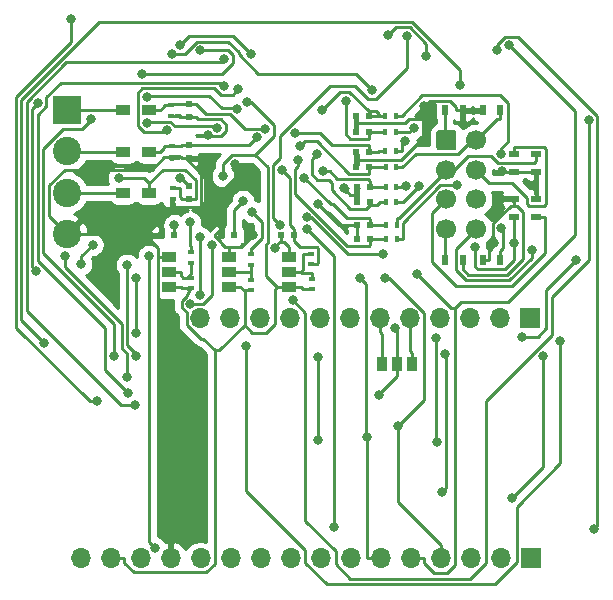
<source format=gbl>
G04 #@! TF.GenerationSoftware,KiCad,Pcbnew,(5.1.5)-3*
G04 #@! TF.CreationDate,2020-05-14T20:53:58+10:00*
G04 #@! TF.ProjectId,V9203_Devkit,56393230-335f-4446-9576-6b69742e6b69,rev?*
G04 #@! TF.SameCoordinates,Original*
G04 #@! TF.FileFunction,Copper,L2,Bot*
G04 #@! TF.FilePolarity,Positive*
%FSLAX46Y46*%
G04 Gerber Fmt 4.6, Leading zero omitted, Abs format (unit mm)*
G04 Created by KiCad (PCBNEW (5.1.5)-3) date 2020-05-14 20:53:58*
%MOMM*%
%LPD*%
G04 APERTURE LIST*
%ADD10C,1.700000*%
%ADD11C,0.100000*%
%ADD12R,0.970000X1.270000*%
%ADD13R,0.600000X0.500000*%
%ADD14R,1.270000X0.970000*%
%ADD15R,0.600000X0.400000*%
%ADD16R,0.900000X0.500000*%
%ADD17R,0.500000X0.900000*%
%ADD18R,0.500000X0.600000*%
%ADD19R,0.400000X0.600000*%
%ADD20R,1.200000X0.900000*%
%ADD21R,2.400000X2.400000*%
%ADD22C,2.400000*%
%ADD23O,1.700000X1.700000*%
%ADD24R,1.700000X1.700000*%
%ADD25C,0.800000*%
%ADD26C,0.250000*%
%ADD27C,0.254000*%
G04 APERTURE END LIST*
D10*
X149331000Y-58928400D03*
X149331000Y-56428400D03*
X149331000Y-53928400D03*
X149331000Y-51428400D03*
X146831000Y-58928400D03*
X146831000Y-56428400D03*
X146831000Y-53928400D03*
G04 #@! TA.AperFunction,ComponentPad*
D11*
G36*
X147455504Y-50579604D02*
G01*
X147479773Y-50583204D01*
X147503571Y-50589165D01*
X147526671Y-50597430D01*
X147548849Y-50607920D01*
X147569893Y-50620533D01*
X147589598Y-50635147D01*
X147607777Y-50651623D01*
X147624253Y-50669802D01*
X147638867Y-50689507D01*
X147651480Y-50710551D01*
X147661970Y-50732729D01*
X147670235Y-50755829D01*
X147676196Y-50779627D01*
X147679796Y-50803896D01*
X147681000Y-50828400D01*
X147681000Y-52028400D01*
X147679796Y-52052904D01*
X147676196Y-52077173D01*
X147670235Y-52100971D01*
X147661970Y-52124071D01*
X147651480Y-52146249D01*
X147638867Y-52167293D01*
X147624253Y-52186998D01*
X147607777Y-52205177D01*
X147589598Y-52221653D01*
X147569893Y-52236267D01*
X147548849Y-52248880D01*
X147526671Y-52259370D01*
X147503571Y-52267635D01*
X147479773Y-52273596D01*
X147455504Y-52277196D01*
X147431000Y-52278400D01*
X146231000Y-52278400D01*
X146206496Y-52277196D01*
X146182227Y-52273596D01*
X146158429Y-52267635D01*
X146135329Y-52259370D01*
X146113151Y-52248880D01*
X146092107Y-52236267D01*
X146072402Y-52221653D01*
X146054223Y-52205177D01*
X146037747Y-52186998D01*
X146023133Y-52167293D01*
X146010520Y-52146249D01*
X146000030Y-52124071D01*
X145991765Y-52100971D01*
X145985804Y-52077173D01*
X145982204Y-52052904D01*
X145981000Y-52028400D01*
X145981000Y-50828400D01*
X145982204Y-50803896D01*
X145985804Y-50779627D01*
X145991765Y-50755829D01*
X146000030Y-50732729D01*
X146010520Y-50710551D01*
X146023133Y-50689507D01*
X146037747Y-50669802D01*
X146054223Y-50651623D01*
X146072402Y-50635147D01*
X146092107Y-50620533D01*
X146113151Y-50607920D01*
X146135329Y-50597430D01*
X146158429Y-50589165D01*
X146182227Y-50583204D01*
X146206496Y-50579604D01*
X146231000Y-50578400D01*
X147431000Y-50578400D01*
X147455504Y-50579604D01*
G37*
G04 #@! TD.AperFunction*
D12*
X143910000Y-70402200D03*
X142640000Y-70402200D03*
X141370000Y-70402200D03*
D13*
X128874000Y-59480200D03*
X127774000Y-59480200D03*
X123794000Y-59480200D03*
X122694000Y-59480200D03*
X132845000Y-59480200D03*
X133945000Y-59480200D03*
D14*
X133522000Y-61283600D03*
X133522000Y-62553600D03*
X133522000Y-63823600D03*
D15*
X125191000Y-60935200D03*
X125191000Y-61835200D03*
X135409000Y-64070400D03*
X135409000Y-63170400D03*
X130271000Y-61094800D03*
X130271000Y-61994800D03*
X125191000Y-63068800D03*
X125191000Y-63968800D03*
X130296000Y-64128400D03*
X130296000Y-63228400D03*
X135325000Y-61929600D03*
X135325000Y-61029600D03*
D16*
X154451000Y-56393400D03*
X154451000Y-57893400D03*
X152546000Y-57893400D03*
X152546000Y-56393400D03*
D17*
X146716000Y-61588400D03*
X148216000Y-61588400D03*
D16*
X152546000Y-54083400D03*
X152546000Y-52583400D03*
D17*
X149891000Y-48888400D03*
X151391000Y-48888400D03*
X146716000Y-48888400D03*
X148216000Y-48888400D03*
X151391000Y-61588400D03*
X149891000Y-61588400D03*
D16*
X154451000Y-54083400D03*
X154451000Y-52583400D03*
D18*
X125038000Y-55340000D03*
X125038000Y-56440000D03*
X125038000Y-51852400D03*
X125038000Y-52952400D03*
X125038000Y-49447200D03*
X125038000Y-48347200D03*
D13*
X140261000Y-50742600D03*
X139161000Y-50742600D03*
X140253000Y-49396400D03*
X139153000Y-49396400D03*
X140346000Y-55365400D03*
X139246000Y-55365400D03*
X140337000Y-56635400D03*
X139237000Y-56635400D03*
X140304000Y-52393600D03*
X139204000Y-52393600D03*
X140311000Y-53689000D03*
X139211000Y-53689000D03*
X140380000Y-58591200D03*
X139280000Y-58591200D03*
X140380000Y-59810400D03*
X139280000Y-59810400D03*
D14*
X123362000Y-63823600D03*
X123362000Y-62553600D03*
X123362000Y-61283600D03*
X128391000Y-61283600D03*
X128391000Y-62553600D03*
X128391000Y-63823600D03*
D19*
X142550000Y-49345600D03*
X141650000Y-49345600D03*
D15*
X123565000Y-51950800D03*
X123565000Y-52850800D03*
D19*
X142575000Y-53739800D03*
X141675000Y-53739800D03*
X141650000Y-50768000D03*
X142550000Y-50768000D03*
X142550000Y-52342800D03*
X141650000Y-52342800D03*
X141701000Y-56686200D03*
X142601000Y-56686200D03*
X142601000Y-55365400D03*
X141701000Y-55365400D03*
X141726000Y-58616600D03*
X142626000Y-58616600D03*
X142640000Y-59785000D03*
X141740000Y-59785000D03*
D15*
X123514000Y-49345600D03*
X123514000Y-48445600D03*
X123667000Y-56392400D03*
X123667000Y-55492400D03*
D20*
X119468000Y-48888400D03*
X121668000Y-48888400D03*
X121668000Y-52411200D03*
X119468000Y-52411200D03*
X119442000Y-55873400D03*
X121642000Y-55873400D03*
D21*
X114700000Y-48888400D03*
D22*
X114700000Y-52388400D03*
X114700000Y-59388400D03*
X114700000Y-55888400D03*
D23*
X126003000Y-66522600D03*
X128543000Y-66522600D03*
X131083000Y-66522600D03*
X133623000Y-66522600D03*
X136163000Y-66522600D03*
X138703000Y-66522600D03*
X141243000Y-66522600D03*
X143783000Y-66522600D03*
X146323000Y-66522600D03*
X148863000Y-66522600D03*
X151403000Y-66522600D03*
D24*
X153943000Y-66522600D03*
D23*
X115858000Y-86842600D03*
X118398000Y-86842600D03*
X120938000Y-86842600D03*
X123478000Y-86842600D03*
X126018000Y-86842600D03*
X128558000Y-86842600D03*
X131098000Y-86842600D03*
X133638000Y-86842600D03*
X136178000Y-86842600D03*
X138718000Y-86842600D03*
X141258000Y-86842600D03*
X143798000Y-86842600D03*
X146338000Y-86842600D03*
X148878000Y-86842600D03*
X151418000Y-86842600D03*
D24*
X153958000Y-86842600D03*
D25*
X146432300Y-81228400D03*
X146677500Y-69571400D03*
X134766429Y-54603355D03*
X134228627Y-53090269D03*
X144959300Y-48556100D03*
X128944300Y-53448600D03*
X126607500Y-50989700D03*
X130448900Y-59472600D03*
X132276300Y-60556200D03*
X124295500Y-54650200D03*
X151493600Y-54054400D03*
X150848300Y-60172800D03*
X138119491Y-55489487D03*
X135939342Y-56801588D03*
X147713800Y-55253000D03*
X144477300Y-55335200D03*
X143419900Y-55328400D03*
X143356100Y-51533700D03*
X149268900Y-60458400D03*
X152546000Y-60107700D03*
X151485300Y-52599100D03*
X144050700Y-50398300D03*
X154050600Y-60754700D03*
X151484000Y-58835400D03*
X123130500Y-50607900D03*
X129199300Y-47107000D03*
X131498600Y-50451400D03*
X130809500Y-51177100D03*
X119097300Y-54647100D03*
X121446600Y-47744900D03*
X129135900Y-48776900D03*
X141652200Y-63068800D03*
X128003100Y-46816000D03*
X119906200Y-72847100D03*
X142753100Y-75638500D03*
X144343000Y-62786100D03*
X152135300Y-43411500D03*
X139477700Y-63082200D03*
X125996000Y-43825500D03*
X121083100Y-45800300D03*
X114537800Y-61254500D03*
X119805500Y-71512500D03*
X140082700Y-76539100D03*
X157833700Y-61569000D03*
X153200500Y-68068100D03*
X145948800Y-68181000D03*
X146025700Y-77018400D03*
X129936300Y-48162600D03*
X127906300Y-54485000D03*
X136298200Y-48836400D03*
X134019100Y-50824000D03*
X134460242Y-51941808D03*
X135846889Y-52608345D03*
X138328800Y-48081100D03*
X136384481Y-54063334D03*
X128010600Y-44562900D03*
X120455800Y-73829000D03*
X141104600Y-72968600D03*
X142513000Y-67314100D03*
X158890600Y-49738800D03*
X133821600Y-64990600D03*
X127419800Y-50370400D03*
X121480000Y-49955300D03*
X125148300Y-65305700D03*
X126990600Y-60318600D03*
X125995700Y-59658900D03*
X125995700Y-64537700D03*
X120530800Y-63061600D03*
X120530800Y-67782500D03*
X129881500Y-68852000D03*
X156468000Y-68417900D03*
X112749100Y-68579500D03*
X148003600Y-46787800D03*
X145130500Y-44284600D03*
X141924900Y-42499100D03*
X115053800Y-41132000D03*
X117287600Y-73543400D03*
X135974600Y-76826400D03*
X135974600Y-69822900D03*
X143456900Y-42607800D03*
X132769400Y-58599100D03*
X155036600Y-69707500D03*
X152419500Y-81718800D03*
X137338400Y-84196600D03*
X135066731Y-58969370D03*
X141497429Y-61080355D03*
X135010380Y-57970947D03*
X116871700Y-60292900D03*
X115894900Y-61918300D03*
X112114500Y-62523700D03*
X112236200Y-48269100D03*
X124293600Y-43374000D03*
X130297700Y-44126400D03*
X121636700Y-61238700D03*
X122123300Y-85948100D03*
X159323200Y-84334900D03*
X151134900Y-43783400D03*
X119805500Y-61983200D03*
X120538200Y-69712500D03*
X118684300Y-69712500D03*
X116760900Y-49623100D03*
X123593000Y-44099300D03*
X140543800Y-47179200D03*
X132882411Y-53917453D03*
X125141200Y-58393500D03*
X129594900Y-56596200D03*
X123794000Y-58627600D03*
X130391500Y-57500700D03*
D26*
X119468000Y-48888400D02*
X114700000Y-48888400D01*
X114700000Y-52388400D02*
X114722800Y-52411200D01*
X114722800Y-52411200D02*
X119468000Y-52411200D01*
X119442000Y-55873400D02*
X114715000Y-55873400D01*
X114715000Y-55873400D02*
X114700000Y-55888400D01*
X146432300Y-81228400D02*
X146798600Y-80862100D01*
X146798600Y-80862100D02*
X146798600Y-69692500D01*
X146798600Y-69692500D02*
X146677500Y-69571400D01*
X140380000Y-58591200D02*
X141005300Y-58591200D01*
X141726000Y-58616600D02*
X141030700Y-58616600D01*
X141030700Y-58616600D02*
X141005300Y-58591200D01*
X140304999Y-58016199D02*
X138374196Y-58016199D01*
X138374196Y-58016199D02*
X137228053Y-56870056D01*
X140380000Y-58091200D02*
X140304999Y-58016199D01*
X140380000Y-58591200D02*
X140380000Y-58091200D01*
X134766429Y-54603355D02*
X137033130Y-56870056D01*
X137033130Y-56870056D02*
X137228053Y-56870056D01*
X141583000Y-59785000D02*
X141740000Y-59785000D01*
X141189300Y-59810400D02*
X141214700Y-59785000D01*
X140380000Y-59810400D02*
X141189300Y-59810400D01*
X141583000Y-59785000D02*
X141214700Y-59785000D01*
X138450152Y-60385400D02*
X134041428Y-55976676D01*
X140380000Y-59810400D02*
X140380000Y-60310400D01*
X134041428Y-53843153D02*
X134228627Y-53655954D01*
X140380000Y-60310400D02*
X140305000Y-60385400D01*
X134041428Y-55976676D02*
X134041428Y-53843153D01*
X134228627Y-53655954D02*
X134228627Y-53090269D01*
X140305000Y-60385400D02*
X138450152Y-60385400D01*
X150466300Y-61588400D02*
X150466300Y-60554800D01*
X150466300Y-60554800D02*
X150848300Y-60172800D01*
X152546000Y-56968700D02*
X152814700Y-56968700D01*
X152814700Y-56968700D02*
X153325300Y-57479300D01*
X153325300Y-57479300D02*
X153325300Y-61468800D01*
X153325300Y-61468800D02*
X151980100Y-62814000D01*
X151980100Y-62814000D02*
X148666300Y-62814000D01*
X148666300Y-62814000D02*
X148216000Y-62363700D01*
X128944300Y-53448600D02*
X128944300Y-54617500D01*
X128944300Y-54617500D02*
X126497000Y-57064800D01*
X144959300Y-48556100D02*
X144775900Y-48739500D01*
X144775900Y-48739500D02*
X144775900Y-49648600D01*
X147640700Y-48888400D02*
X147640700Y-48600800D01*
X147640700Y-48600800D02*
X147139200Y-48099300D01*
X147139200Y-48099300D02*
X145416100Y-48099300D01*
X145416100Y-48099300D02*
X144959300Y-48556100D01*
X123478000Y-85667300D02*
X122401700Y-84591000D01*
X122401700Y-84591000D02*
X122401700Y-61283600D01*
X128391000Y-60473300D02*
X128046000Y-60473300D01*
X128046000Y-60473300D02*
X127715900Y-60143200D01*
X127715900Y-60143200D02*
X127715900Y-60018100D01*
X127715900Y-60018100D02*
X127291100Y-59593300D01*
X127291100Y-59593300D02*
X127254400Y-59593300D01*
X127254400Y-59593300D02*
X127221700Y-59560600D01*
X127221700Y-59560600D02*
X127221700Y-59457200D01*
X127221700Y-59457200D02*
X127774000Y-58904900D01*
X139204000Y-52393600D02*
X139204000Y-53106700D01*
X139204000Y-53106700D02*
X139211000Y-53113700D01*
X144775900Y-49648600D02*
X144875700Y-49748400D01*
X144875700Y-49748400D02*
X144875700Y-51228800D01*
X144875700Y-51228800D02*
X142990800Y-53113700D01*
X142990800Y-53113700D02*
X139211000Y-53113700D01*
X139161000Y-49979700D02*
X143363200Y-49979700D01*
X143363200Y-49979700D02*
X143694300Y-49648600D01*
X143694300Y-49648600D02*
X144775900Y-49648600D01*
X139280000Y-58591200D02*
X139280000Y-59810400D01*
X122401700Y-61283600D02*
X122401700Y-60549800D01*
X122401700Y-60549800D02*
X121700400Y-59848500D01*
X126497000Y-57064800D02*
X126497000Y-57627900D01*
X126497000Y-57627900D02*
X127774000Y-58904900D01*
X126064000Y-57064800D02*
X126497000Y-57064800D01*
X148216000Y-48888400D02*
X147640700Y-48888400D01*
X149891000Y-48888400D02*
X148216000Y-48888400D01*
X121700400Y-59848500D02*
X122068700Y-59480200D01*
X114700000Y-59388400D02*
X121240300Y-59388400D01*
X121240300Y-59388400D02*
X121700400Y-59848500D01*
X139237000Y-56060100D02*
X139237000Y-55949700D01*
X139237000Y-55949700D02*
X139246000Y-55940700D01*
X139237000Y-56635400D02*
X139237000Y-56060100D01*
X139153000Y-49971700D02*
X139161000Y-49979700D01*
X139161000Y-49979700D02*
X139161000Y-50742600D01*
X132845000Y-59911600D02*
X132276300Y-60480300D01*
X132276300Y-60480300D02*
X132276300Y-60556200D01*
X139246000Y-55365400D02*
X139246000Y-55940700D01*
X139153000Y-49396400D02*
X139153000Y-49971700D01*
X128391000Y-60473300D02*
X128391000Y-60473200D01*
X128391000Y-60473200D02*
X129448300Y-60473200D01*
X129448300Y-60473200D02*
X130448900Y-59472600D01*
X139211000Y-53689000D02*
X139211000Y-53113700D01*
X152546000Y-56968700D02*
X152258400Y-56968700D01*
X152258400Y-56968700D02*
X150758700Y-58468400D01*
X150758700Y-58468400D02*
X150758700Y-60083200D01*
X150758700Y-60083200D02*
X150848300Y-60172800D01*
X132845000Y-59911600D02*
X132845000Y-59480200D01*
X126064000Y-57064800D02*
X126017200Y-57111600D01*
X126017200Y-57111600D02*
X123860900Y-57111600D01*
X123860900Y-57111600D02*
X123667000Y-56917700D01*
X124750400Y-52952400D02*
X126064000Y-54266000D01*
X126064000Y-54266000D02*
X126064000Y-57064800D01*
X114700000Y-59388400D02*
X113157200Y-57845600D01*
X113157200Y-57845600D02*
X113157200Y-55262100D01*
X113157200Y-55262100D02*
X114502900Y-53916400D01*
X114502900Y-53916400D02*
X121874100Y-53916400D01*
X121874100Y-53916400D02*
X122939700Y-52850800D01*
X152546000Y-54083400D02*
X151522600Y-54083400D01*
X151522600Y-54083400D02*
X151493600Y-54054400D01*
X125038000Y-49447200D02*
X125613300Y-49447200D01*
X125613300Y-49447200D02*
X125811200Y-49645100D01*
X125811200Y-49645100D02*
X127720300Y-49645100D01*
X127720300Y-49645100D02*
X128181900Y-50106700D01*
X128181900Y-50106700D02*
X128181900Y-50646100D01*
X128181900Y-50646100D02*
X127732200Y-51095800D01*
X127732200Y-51095800D02*
X126713600Y-51095800D01*
X126713600Y-51095800D02*
X126607500Y-50989700D01*
X124139300Y-49345600D02*
X124240900Y-49447200D01*
X124240900Y-49447200D02*
X125038000Y-49447200D01*
X132845000Y-59911600D02*
X132845000Y-60055500D01*
X128391000Y-61283600D02*
X128391000Y-60473300D01*
X125038000Y-55340000D02*
X124348200Y-54650200D01*
X124348200Y-54650200D02*
X124295500Y-54650200D01*
X123565000Y-52850800D02*
X122939700Y-52850800D01*
X123565000Y-52850800D02*
X124361100Y-52850800D01*
X124361100Y-52850800D02*
X124462700Y-52952400D01*
X123362000Y-61283600D02*
X122401700Y-61283600D01*
X127774000Y-59480200D02*
X127774000Y-58904900D01*
X124750400Y-52952400D02*
X124462700Y-52952400D01*
X125038000Y-52952400D02*
X124750400Y-52952400D01*
X133522000Y-61283600D02*
X133522000Y-60473300D01*
X132845000Y-60055500D02*
X133104200Y-60055500D01*
X133104200Y-60055500D02*
X133522000Y-60473300D01*
X123514000Y-49345600D02*
X124139300Y-49345600D01*
X123667000Y-56392400D02*
X123667000Y-56917700D01*
X154451000Y-54083400D02*
X152546000Y-54083400D01*
X148216000Y-61588400D02*
X148216000Y-62363700D01*
X149891000Y-61588400D02*
X150466300Y-61588400D01*
X152546000Y-56393400D02*
X152546000Y-56968700D01*
X154451000Y-54083400D02*
X154451000Y-56393400D01*
X122694000Y-59480200D02*
X122068700Y-59480200D01*
X123478000Y-86842600D02*
X123478000Y-85667300D01*
X138690104Y-56060100D02*
X138119491Y-55489487D01*
X139237000Y-56060100D02*
X138690104Y-56060100D01*
X137728954Y-58591200D02*
X135939342Y-56801588D01*
X139280000Y-58591200D02*
X137728954Y-58591200D01*
X146831000Y-53928400D02*
X146831000Y-54008000D01*
X146831000Y-54008000D02*
X142847700Y-57991300D01*
X142847700Y-57991300D02*
X142626000Y-57991300D01*
X146831000Y-53928400D02*
X147467800Y-53928400D01*
X147467800Y-53928400D02*
X148657800Y-52738400D01*
X148657800Y-52738400D02*
X150598900Y-52738400D01*
X150598900Y-52738400D02*
X151184900Y-53324400D01*
X151184900Y-53324400D02*
X154285300Y-53324400D01*
X154285300Y-53324400D02*
X154451000Y-53158700D01*
X142626000Y-58616600D02*
X142626000Y-57991300D01*
X154451000Y-52583400D02*
X154451000Y-53158700D01*
X147713800Y-55253000D02*
X146319900Y-55253000D01*
X146319900Y-55253000D02*
X143165300Y-58407600D01*
X143165300Y-58407600D02*
X143165300Y-59785000D01*
X146831000Y-51428400D02*
X146716000Y-51313400D01*
X146716000Y-51313400D02*
X146716000Y-48888400D01*
X142640000Y-59785000D02*
X143165300Y-59785000D01*
X155143400Y-57893400D02*
X155143400Y-60963400D01*
X155143400Y-60963400D02*
X152358800Y-63748000D01*
X152358800Y-63748000D02*
X147674800Y-63748000D01*
X147674800Y-63748000D02*
X145644900Y-61718100D01*
X145644900Y-61718100D02*
X145644900Y-57614500D01*
X145644900Y-57614500D02*
X146831000Y-56428400D01*
X154451000Y-57893400D02*
X155143400Y-57893400D01*
X143126300Y-56686200D02*
X144477300Y-55335200D01*
X142601000Y-56686200D02*
X143126300Y-56686200D01*
X146831000Y-58928400D02*
X146716000Y-59043400D01*
X146716000Y-59043400D02*
X146716000Y-61588400D01*
X143126300Y-55365400D02*
X143163300Y-55328400D01*
X143163300Y-55328400D02*
X143419900Y-55328400D01*
X142601000Y-55365400D02*
X143126300Y-55365400D01*
X149331000Y-51428400D02*
X149012700Y-51428400D01*
X149012700Y-51428400D02*
X147834800Y-52606300D01*
X147834800Y-52606300D02*
X144233800Y-52606300D01*
X144233800Y-52606300D02*
X143100300Y-53739800D01*
X149331000Y-51428400D02*
X151095700Y-49663700D01*
X151095700Y-49663700D02*
X151391000Y-49663700D01*
X142575000Y-53739800D02*
X143100300Y-53739800D01*
X151391000Y-48888400D02*
X151391000Y-49663700D01*
X142550000Y-52342800D02*
X143075300Y-52342800D01*
X143356100Y-51533700D02*
X143075300Y-51814500D01*
X143075300Y-51814500D02*
X143075300Y-52342800D01*
X152546000Y-52008100D02*
X155052100Y-52008100D01*
X155052100Y-52008100D02*
X155262000Y-52218000D01*
X155262000Y-52218000D02*
X155262000Y-56817600D01*
X155262000Y-56817600D02*
X155110800Y-56968800D01*
X155110800Y-56968800D02*
X153791300Y-56968800D01*
X153791300Y-56968800D02*
X153675600Y-56853100D01*
X153675600Y-56853100D02*
X153675600Y-56335600D01*
X153675600Y-56335600D02*
X152408500Y-55068500D01*
X152408500Y-55068500D02*
X150471100Y-55068500D01*
X150471100Y-55068500D02*
X149331000Y-53928400D01*
X152546000Y-52583400D02*
X152546000Y-52008100D01*
X152546000Y-60107700D02*
X152546000Y-61611200D01*
X152546000Y-61611200D02*
X151793500Y-62363700D01*
X151793500Y-62363700D02*
X149506200Y-62363700D01*
X149506200Y-62363700D02*
X149268900Y-62126400D01*
X149268900Y-62126400D02*
X149268900Y-60458400D01*
X143075300Y-49345600D02*
X144781500Y-47639400D01*
X144781500Y-47639400D02*
X151349400Y-47639400D01*
X151349400Y-47639400D02*
X152010800Y-48300800D01*
X152010800Y-48300800D02*
X152010800Y-51604800D01*
X152010800Y-51604800D02*
X151485300Y-52130300D01*
X151485300Y-52130300D02*
X151485300Y-52599100D01*
X152546000Y-57893400D02*
X152546000Y-60107700D01*
X142550000Y-49345600D02*
X143075300Y-49345600D01*
X151391000Y-60813100D02*
X151603200Y-60600900D01*
X151603200Y-60600900D02*
X151603200Y-58954600D01*
X151603200Y-58954600D02*
X151484000Y-58835400D01*
X149331000Y-58928400D02*
X147601400Y-60658000D01*
X147601400Y-60658000D02*
X147601400Y-62400800D01*
X147601400Y-62400800D02*
X148498300Y-63297700D01*
X148498300Y-63297700D02*
X152155400Y-63297700D01*
X152155400Y-63297700D02*
X154050600Y-61402500D01*
X154050600Y-61402500D02*
X154050600Y-60754700D01*
X144050700Y-50398300D02*
X143681000Y-50768000D01*
X143681000Y-50768000D02*
X142550000Y-50768000D01*
X151391000Y-61588400D02*
X151391000Y-60813100D01*
X123130500Y-50607900D02*
X122999200Y-50739200D01*
X122999200Y-50739200D02*
X121236900Y-50739200D01*
X121236900Y-50739200D02*
X120721300Y-50223600D01*
X120721300Y-50223600D02*
X120721300Y-47393900D01*
X120721300Y-47393900D02*
X121095700Y-47019500D01*
X121095700Y-47019500D02*
X127180800Y-47019500D01*
X127180800Y-47019500D02*
X127730900Y-47569600D01*
X127730900Y-47569600D02*
X128736700Y-47569600D01*
X128736700Y-47569600D02*
X129199300Y-47107000D01*
X125613300Y-48347200D02*
X126460800Y-49194700D01*
X126460800Y-49194700D02*
X128528000Y-49194700D01*
X128528000Y-49194700D02*
X129784700Y-50451400D01*
X129784700Y-50451400D02*
X131498600Y-50451400D01*
X125038000Y-48347200D02*
X125613300Y-48347200D01*
X123201400Y-48445600D02*
X123299800Y-48347200D01*
X123299800Y-48347200D02*
X125038000Y-48347200D01*
X123201400Y-48445600D02*
X122888700Y-48445600D01*
X123514000Y-48445600D02*
X123201400Y-48445600D01*
X121668000Y-48888400D02*
X122593300Y-48888400D01*
X122593300Y-48888400D02*
X122888700Y-48593000D01*
X122888700Y-48593000D02*
X122888700Y-48445600D01*
X130809500Y-51177100D02*
X130134200Y-51852400D01*
X130134200Y-51852400D02*
X125038000Y-51852400D01*
X124462700Y-51852400D02*
X125038000Y-51852400D01*
X123565000Y-51950800D02*
X124364300Y-51950800D01*
X124364300Y-51950800D02*
X124462700Y-51852400D01*
X122939700Y-51950800D02*
X123565000Y-51950800D01*
X121668000Y-52411200D02*
X122593300Y-52411200D01*
X122593300Y-52411200D02*
X122939700Y-52064800D01*
X122939700Y-52064800D02*
X122939700Y-51950800D01*
X121446600Y-47744900D02*
X121502900Y-47688600D01*
X121502900Y-47688600D02*
X126738800Y-47688600D01*
X126738800Y-47688600D02*
X127790600Y-48740400D01*
X127790600Y-48740400D02*
X129099400Y-48740400D01*
X129099400Y-48740400D02*
X129135900Y-48776900D01*
X121642000Y-55098100D02*
X121191100Y-54647200D01*
X121191100Y-54647200D02*
X119097300Y-54647200D01*
X119097300Y-54647200D02*
X119097300Y-54647100D01*
X121642000Y-55873400D02*
X121642000Y-55098100D01*
X121642000Y-55098100D02*
X122823900Y-53916200D01*
X122823900Y-53916200D02*
X124705300Y-53916200D01*
X124705300Y-53916200D02*
X125613300Y-54824200D01*
X125613300Y-54824200D02*
X125613300Y-56440000D01*
X125038000Y-56440000D02*
X125613300Y-56440000D01*
X125038000Y-56440000D02*
X124462700Y-56440000D01*
X123667000Y-55492400D02*
X124292300Y-55492400D01*
X124292300Y-55492400D02*
X124292300Y-56269600D01*
X124292300Y-56269600D02*
X124462700Y-56440000D01*
X141652200Y-63068800D02*
X141997700Y-63068800D01*
X141997700Y-63068800D02*
X144963900Y-66035000D01*
X144963900Y-66035000D02*
X144963900Y-73427700D01*
X144963900Y-73427700D02*
X142753100Y-75638500D01*
X146338000Y-85667300D02*
X142753100Y-82082400D01*
X142753100Y-82082400D02*
X142753100Y-75638500D01*
X128003100Y-46816000D02*
X127741200Y-46554100D01*
X127741200Y-46554100D02*
X114171200Y-46554100D01*
X114171200Y-46554100D02*
X112961500Y-47763800D01*
X112961500Y-47763800D02*
X112961500Y-48569600D01*
X112961500Y-48569600D02*
X112253800Y-49277300D01*
X112253800Y-49277300D02*
X112253800Y-61637200D01*
X112253800Y-61637200D02*
X117959000Y-67342400D01*
X117959000Y-67342400D02*
X117959000Y-70899900D01*
X117959000Y-70899900D02*
X119906200Y-72847100D01*
X146338000Y-86842600D02*
X146338000Y-85667300D01*
X144343000Y-62786100D02*
X147188600Y-65631700D01*
X147188600Y-65631700D02*
X147527200Y-65631700D01*
X147527200Y-65631700D02*
X148026300Y-65132600D01*
X148026300Y-65132600D02*
X152031600Y-65132600D01*
X152031600Y-65132600D02*
X157694200Y-59470000D01*
X157694200Y-59470000D02*
X157694200Y-48970400D01*
X157694200Y-48970400D02*
X152135300Y-43411500D01*
X147527200Y-65631700D02*
X147527200Y-87380900D01*
X147527200Y-87380900D02*
X146856200Y-88051900D01*
X146856200Y-88051900D02*
X145815300Y-88051900D01*
X145815300Y-88051900D02*
X144973300Y-87209900D01*
X144973300Y-87209900D02*
X144973300Y-86842600D01*
X143798000Y-86842600D02*
X144973300Y-86842600D01*
X114537800Y-61254500D02*
X114537800Y-62180600D01*
X114537800Y-62180600D02*
X119355200Y-66998000D01*
X119355200Y-66998000D02*
X119355200Y-69048900D01*
X119355200Y-69048900D02*
X119805500Y-69499200D01*
X119805500Y-69499200D02*
X119805500Y-71512500D01*
X121083100Y-45800300D02*
X127799000Y-45800300D01*
X127799000Y-45800300D02*
X128736100Y-44863200D01*
X128736100Y-44863200D02*
X128736100Y-44239500D01*
X128736100Y-44239500D02*
X128322100Y-43825500D01*
X128322100Y-43825500D02*
X125996000Y-43825500D01*
X140082700Y-76539100D02*
X139985600Y-76442000D01*
X139985600Y-76442000D02*
X139985600Y-63590100D01*
X139985600Y-63590100D02*
X139477700Y-63082200D01*
X140082700Y-86842600D02*
X140082700Y-76539100D01*
X141258000Y-86842600D02*
X140082700Y-86842600D01*
X130651900Y-52700900D02*
X131689300Y-53738300D01*
X131689300Y-53738300D02*
X131689300Y-60117500D01*
X131689300Y-60117500D02*
X131551000Y-60255800D01*
X131551000Y-60255800D02*
X131551000Y-62917100D01*
X131551000Y-62917100D02*
X132457500Y-63823600D01*
X153200500Y-68068100D02*
X154598200Y-68068100D01*
X154598200Y-68068100D02*
X155292500Y-67373800D01*
X155292500Y-67373800D02*
X155292500Y-64110200D01*
X155292500Y-64110200D02*
X157833700Y-61569000D01*
X129936300Y-48162600D02*
X130294200Y-48162600D01*
X130294200Y-48162600D02*
X132252900Y-50121300D01*
X132252900Y-50121300D02*
X132252900Y-51099900D01*
X132252900Y-51099900D02*
X130651900Y-52700900D01*
X125010100Y-64149700D02*
X125010100Y-64149800D01*
X125010100Y-64149800D02*
X125010100Y-64269400D01*
X125010100Y-64269400D02*
X124825100Y-64454400D01*
X124825100Y-64454400D02*
X124825100Y-64603200D01*
X124825100Y-64603200D02*
X124423000Y-65005300D01*
X124423000Y-65005300D02*
X124423000Y-65606100D01*
X124423000Y-65606100D02*
X124825100Y-66008200D01*
X124825100Y-66008200D02*
X124825100Y-67038800D01*
X124825100Y-67038800D02*
X126048600Y-68262300D01*
X126048600Y-68262300D02*
X126252900Y-68262300D01*
X126252900Y-68262300D02*
X127227400Y-69236800D01*
X130651900Y-52700900D02*
X128666300Y-52700900D01*
X128666300Y-52700900D02*
X127906300Y-53460900D01*
X127906300Y-53460900D02*
X127906300Y-54485000D01*
X127227400Y-69236800D02*
X127227400Y-87308800D01*
X127227400Y-87308800D02*
X126510800Y-88025400D01*
X126510800Y-88025400D02*
X120388800Y-88025400D01*
X120388800Y-88025400D02*
X119573300Y-87209900D01*
X119573300Y-87209900D02*
X119573300Y-86842600D01*
X129741500Y-67052800D02*
X127557500Y-69236800D01*
X127557500Y-69236800D02*
X127227400Y-69236800D01*
X132457500Y-63823600D02*
X132286400Y-63994700D01*
X132286400Y-63994700D02*
X132286400Y-66993900D01*
X132286400Y-66993900D02*
X131564600Y-67715700D01*
X131564600Y-67715700D02*
X130404400Y-67715700D01*
X130404400Y-67715700D02*
X129741500Y-67052800D01*
X133522000Y-63823600D02*
X132457500Y-63823600D01*
X145948800Y-68181000D02*
X145948800Y-76941500D01*
X145948800Y-76941500D02*
X146025700Y-77018400D01*
X125010100Y-64149700D02*
X124810800Y-63950500D01*
X124810800Y-63950500D02*
X124449200Y-63950500D01*
X124449200Y-63950500D02*
X124322300Y-63823600D01*
X125010100Y-64149700D02*
X125191000Y-63968800D01*
X129741500Y-64128400D02*
X129741500Y-67052800D01*
X134482300Y-63823600D02*
X134729100Y-64070400D01*
X134729100Y-64070400D02*
X135409000Y-64070400D01*
X129741500Y-64128400D02*
X129656100Y-64128400D01*
X129656100Y-64128400D02*
X129351300Y-63823600D01*
X130296000Y-64128400D02*
X129741500Y-64128400D01*
X133522000Y-63823600D02*
X134482300Y-63823600D01*
X128391000Y-63823600D02*
X129351300Y-63823600D01*
X123362000Y-63823600D02*
X124322300Y-63823600D01*
X118398000Y-86842600D02*
X119573300Y-86842600D01*
X136298200Y-48836400D02*
X137811400Y-47323200D01*
X137811400Y-47323200D02*
X138596700Y-47323200D01*
X138596700Y-47323200D02*
X140246900Y-48973400D01*
X140246900Y-48973400D02*
X140883800Y-48973400D01*
X140883800Y-48973400D02*
X141124700Y-49214300D01*
X141124700Y-49214300D02*
X141124700Y-49345600D01*
X141124700Y-49345600D02*
X141650000Y-49345600D01*
X140253000Y-49396400D02*
X140878300Y-49396400D01*
X140878300Y-49396400D02*
X140929100Y-49345600D01*
X140929100Y-49345600D02*
X141124700Y-49345600D01*
X140304000Y-51818300D02*
X137114700Y-51818300D01*
X137114700Y-51818300D02*
X136120400Y-50824000D01*
X136120400Y-50824000D02*
X134019100Y-50824000D01*
X140304000Y-52393600D02*
X140304000Y-51818300D01*
X141124700Y-52342800D02*
X141073900Y-52393600D01*
X141073900Y-52393600D02*
X140304000Y-52393600D01*
X141612600Y-52342800D02*
X141650000Y-52342800D01*
X141612600Y-52342800D02*
X141575200Y-52342800D01*
X141500000Y-52342800D02*
X141124700Y-52342800D01*
X141500000Y-52342800D02*
X141575200Y-52342800D01*
X141149700Y-53739800D02*
X141098900Y-53689000D01*
X141098900Y-53689000D02*
X140311000Y-53689000D01*
X141650600Y-53739800D02*
X141675000Y-53739800D01*
X141650600Y-53739800D02*
X141626200Y-53739800D01*
X141538000Y-53739800D02*
X141626200Y-53739800D01*
X141538000Y-53739800D02*
X141149700Y-53739800D01*
X140311000Y-54189000D02*
X140235700Y-54264300D01*
X140311000Y-53689000D02*
X140311000Y-54189000D01*
X134860241Y-51541809D02*
X134460242Y-51941808D01*
X135832413Y-51541809D02*
X134860241Y-51541809D01*
X140235700Y-54264300D02*
X138554904Y-54264300D01*
X138554904Y-54264300D02*
X135832413Y-51541809D01*
X141175700Y-56686200D02*
X140938900Y-56923000D01*
X140938900Y-56923000D02*
X140337000Y-56923000D01*
X140337000Y-56779200D02*
X140337000Y-56635400D01*
X140337000Y-56779200D02*
X140337000Y-56923000D01*
X141701000Y-56686200D02*
X141175700Y-56686200D01*
X140337000Y-56923000D02*
X140031200Y-57228800D01*
X138663285Y-57228800D02*
X137121440Y-55686955D01*
X135446890Y-54333052D02*
X135446890Y-53008344D01*
X137121440Y-55051955D02*
X136857829Y-54788344D01*
X137121440Y-55686955D02*
X137121440Y-55051955D01*
X135902182Y-54788344D02*
X135446890Y-54333052D01*
X140031200Y-57228800D02*
X138663285Y-57228800D01*
X136857829Y-54788344D02*
X135902182Y-54788344D01*
X135446890Y-53008344D02*
X135846889Y-52608345D01*
X140261000Y-51317900D02*
X138698900Y-51317900D01*
X138698900Y-51317900D02*
X138328800Y-50947800D01*
X138328800Y-50947800D02*
X138328800Y-48081100D01*
X140261000Y-50742600D02*
X140261000Y-51317900D01*
X140261000Y-50742600D02*
X140886300Y-50742600D01*
X140886300Y-50742600D02*
X140911700Y-50768000D01*
X140911700Y-50768000D02*
X141650000Y-50768000D01*
X140346000Y-55365400D02*
X141701000Y-55365400D01*
X140346000Y-54865400D02*
X140198851Y-54718251D01*
X140346000Y-55365400D02*
X140346000Y-54865400D01*
X137605083Y-54718251D02*
X136950166Y-54063334D01*
X140198851Y-54718251D02*
X137605083Y-54718251D01*
X136950166Y-54063334D02*
X136384481Y-54063334D01*
X128010600Y-44562900D02*
X127748900Y-44824600D01*
X127748900Y-44824600D02*
X114655000Y-44824600D01*
X114655000Y-44824600D02*
X111296900Y-48182700D01*
X111296900Y-48182700D02*
X111296900Y-65883000D01*
X111296900Y-65883000D02*
X119242900Y-73829000D01*
X119242900Y-73829000D02*
X120455800Y-73829000D01*
X141104600Y-72968600D02*
X141104600Y-72897900D01*
X141104600Y-72897900D02*
X142640000Y-71362500D01*
X142640000Y-70402200D02*
X142640000Y-71362500D01*
X142513000Y-67314100D02*
X142640000Y-67441100D01*
X142640000Y-67441100D02*
X142640000Y-70402200D01*
X158890600Y-49738800D02*
X158890600Y-61537900D01*
X158890600Y-61537900D02*
X155742900Y-64685600D01*
X155742900Y-64685600D02*
X155742900Y-67933500D01*
X155742900Y-67933500D02*
X150148000Y-73528400D01*
X150148000Y-73528400D02*
X150148000Y-87256300D01*
X150148000Y-87256300D02*
X148841300Y-88563000D01*
X148841300Y-88563000D02*
X138670000Y-88563000D01*
X138670000Y-88563000D02*
X137448000Y-87341000D01*
X137448000Y-87341000D02*
X137448000Y-86212400D01*
X137448000Y-86212400D02*
X134893000Y-83657400D01*
X134893000Y-83657400D02*
X134893000Y-66062000D01*
X134893000Y-66062000D02*
X133821600Y-64990600D01*
X127419800Y-50370400D02*
X127313800Y-50264400D01*
X127313800Y-50264400D02*
X123812800Y-50264400D01*
X123812800Y-50264400D02*
X123431000Y-49882600D01*
X123431000Y-49882600D02*
X121552700Y-49882600D01*
X121552700Y-49882600D02*
X121480000Y-49955300D01*
X126990600Y-60318600D02*
X126990600Y-64575300D01*
X126990600Y-64575300D02*
X126260200Y-65305700D01*
X126260200Y-65305700D02*
X125148300Y-65305700D01*
X125995700Y-64537700D02*
X125995700Y-59658900D01*
X124878400Y-63068800D02*
X125191000Y-62756200D01*
X125191000Y-62756200D02*
X125191000Y-61835200D01*
X124878400Y-63068800D02*
X124565700Y-63068800D01*
X125191000Y-63068800D02*
X124878400Y-63068800D01*
X123362000Y-62553600D02*
X124322300Y-62553600D01*
X124322300Y-62553600D02*
X124322300Y-62825400D01*
X124322300Y-62825400D02*
X124565700Y-63068800D01*
X130271000Y-62553600D02*
X130271000Y-61994800D01*
X130296000Y-62703100D02*
X130271000Y-62678100D01*
X130271000Y-62678100D02*
X130271000Y-62553600D01*
X130271000Y-62553600D02*
X128391000Y-62553600D01*
X130296000Y-63228400D02*
X130296000Y-62703100D01*
X129881500Y-68852000D02*
X129881500Y-81106100D01*
X129881500Y-81106100D02*
X134878800Y-86103400D01*
X134878800Y-86103400D02*
X134878800Y-87215900D01*
X134878800Y-87215900D02*
X136689000Y-89026100D01*
X136689000Y-89026100D02*
X150908800Y-89026100D01*
X150908800Y-89026100D02*
X152782600Y-87152300D01*
X152782600Y-87152300D02*
X152782600Y-82487000D01*
X152782600Y-82487000D02*
X156468000Y-78801600D01*
X156468000Y-78801600D02*
X156468000Y-68417900D01*
X120530800Y-67782500D02*
X120530800Y-63061600D01*
X148003600Y-46787800D02*
X148003600Y-45491800D01*
X148003600Y-45491800D02*
X143944000Y-41432200D01*
X143944000Y-41432200D02*
X117410500Y-41432200D01*
X117410500Y-41432200D02*
X110846600Y-47996100D01*
X110846600Y-47996100D02*
X110846600Y-66677000D01*
X110846600Y-66677000D02*
X112749100Y-68579500D01*
X135974600Y-76826400D02*
X135974600Y-69822900D01*
X141924900Y-42499100D02*
X142541500Y-41882500D01*
X142541500Y-41882500D02*
X143757400Y-41882500D01*
X143757400Y-41882500D02*
X145130500Y-43255600D01*
X145130500Y-43255600D02*
X145130500Y-44284600D01*
X117287600Y-73543400D02*
X116620800Y-73543400D01*
X116620800Y-73543400D02*
X110395600Y-67318200D01*
X110395600Y-67318200D02*
X110395600Y-47810200D01*
X110395600Y-47810200D02*
X115053800Y-43152000D01*
X115053800Y-43152000D02*
X115053800Y-41132000D01*
X143456900Y-45337800D02*
X140850900Y-47943800D01*
X132769400Y-51044300D02*
X132769400Y-52957460D01*
X136991000Y-46822700D02*
X132769400Y-51044300D01*
X132769400Y-52957460D02*
X132157409Y-53569451D01*
X140850900Y-47943800D02*
X140172600Y-47943800D01*
X140172600Y-47943800D02*
X139051500Y-46822700D01*
X139051500Y-46822700D02*
X136991000Y-46822700D01*
X132157409Y-57987109D02*
X132769400Y-58599100D01*
X143456900Y-42607800D02*
X143456900Y-45337800D01*
X132157409Y-53569451D02*
X132157409Y-57987109D01*
X152419500Y-81718800D02*
X155036600Y-79101700D01*
X155036600Y-79101700D02*
X155036600Y-69707500D01*
X137338400Y-84196600D02*
X137338400Y-61241039D01*
X137338400Y-61241039D02*
X135066731Y-58969370D01*
X135399286Y-57970947D02*
X135010380Y-57970947D01*
X141497429Y-61080355D02*
X138508694Y-61080355D01*
X138508694Y-61080355D02*
X135399286Y-57970947D01*
X124293600Y-43374000D02*
X125041100Y-42626500D01*
X125041100Y-42626500D02*
X128797800Y-42626500D01*
X128797800Y-42626500D02*
X130297700Y-44126400D01*
X112236200Y-48269100D02*
X111747200Y-48758100D01*
X111747200Y-48758100D02*
X111747200Y-62156400D01*
X111747200Y-62156400D02*
X112114500Y-62523700D01*
X115894900Y-61918300D02*
X115894900Y-61269700D01*
X115894900Y-61269700D02*
X116871700Y-60292900D01*
X159323200Y-84334900D02*
X159615900Y-84042200D01*
X159615900Y-84042200D02*
X159615900Y-49424300D01*
X159615900Y-49424300D02*
X152877800Y-42686200D01*
X152877800Y-42686200D02*
X151802600Y-42686200D01*
X151802600Y-42686200D02*
X151134900Y-43353900D01*
X151134900Y-43353900D02*
X151134900Y-43783400D01*
X122123300Y-85948100D02*
X121636700Y-85461500D01*
X121636700Y-85461500D02*
X121636700Y-61238700D01*
X119805500Y-61983200D02*
X119805500Y-68810300D01*
X119805500Y-68810300D02*
X120538200Y-69543000D01*
X120538200Y-69543000D02*
X120538200Y-69712500D01*
X123593000Y-44099300D02*
X124657700Y-44099300D01*
X124657700Y-44099300D02*
X125680200Y-43076800D01*
X125680200Y-43076800D02*
X128308600Y-43076800D01*
X128308600Y-43076800D02*
X129235500Y-44003700D01*
X129235500Y-44003700D02*
X129235500Y-44136200D01*
X129235500Y-44136200D02*
X130899400Y-45800100D01*
X130899400Y-45800100D02*
X139164700Y-45800100D01*
X139164700Y-45800100D02*
X140543800Y-47179200D01*
X118684300Y-69712500D02*
X118684300Y-66972100D01*
X118684300Y-66972100D02*
X112704100Y-60991900D01*
X112704100Y-60991900D02*
X112704100Y-52156700D01*
X112704100Y-52156700D02*
X114381700Y-50479100D01*
X114381700Y-50479100D02*
X115983100Y-50479100D01*
X115983100Y-50479100D02*
X116760900Y-49701300D01*
X116760900Y-49701300D02*
X116760900Y-49623100D01*
X135885001Y-60504599D02*
X135950001Y-60569599D01*
X135950001Y-60569599D02*
X135950001Y-61854599D01*
X134469399Y-60504599D02*
X135885001Y-60504599D01*
X135875000Y-61929600D02*
X135325000Y-61929600D01*
X133945000Y-59980200D02*
X134469399Y-60504599D01*
X133945000Y-59480200D02*
X133945000Y-59980200D01*
X135950001Y-61854599D02*
X135875000Y-61929600D01*
X133591417Y-54626459D02*
X132882411Y-53917453D01*
X133591417Y-58626617D02*
X133591417Y-54626459D01*
X133945000Y-59480200D02*
X133945000Y-58980200D01*
X133945000Y-58980200D02*
X133591417Y-58626617D01*
X135325000Y-61029600D02*
X134699700Y-61029600D01*
X134699700Y-61029600D02*
X134699700Y-62336200D01*
X134699700Y-62336200D02*
X134482300Y-62553600D01*
X133522000Y-62553600D02*
X134482300Y-62553600D01*
X135409000Y-63170400D02*
X135409000Y-62645100D01*
X135409000Y-62645100D02*
X134573800Y-62645100D01*
X134573800Y-62645100D02*
X134482300Y-62553600D01*
X141370000Y-70402200D02*
X141370000Y-67824900D01*
X141370000Y-67824900D02*
X141243000Y-67697900D01*
X141243000Y-66522600D02*
X141243000Y-67697900D01*
X143783000Y-66522600D02*
X143783000Y-69314900D01*
X143783000Y-69314900D02*
X143910000Y-69441900D01*
X143910000Y-70402200D02*
X143910000Y-69441900D01*
X125191000Y-60935200D02*
X125191000Y-60409900D01*
X125191000Y-60409900D02*
X125141200Y-60360100D01*
X125141200Y-60360100D02*
X125141200Y-58393500D01*
X128874000Y-59480200D02*
X128874000Y-57317100D01*
X128874000Y-57317100D02*
X129594900Y-56596200D01*
X123794000Y-59480200D02*
X123794000Y-58627600D01*
X130271000Y-61094800D02*
X130271000Y-60569500D01*
X130271000Y-60569500D02*
X130398600Y-60569500D01*
X130398600Y-60569500D02*
X131220500Y-59747600D01*
X131220500Y-59747600D02*
X131220500Y-58329700D01*
X131220500Y-58329700D02*
X130391500Y-57500700D01*
D27*
G36*
X122482820Y-64898102D02*
G01*
X122602518Y-64934412D01*
X122727000Y-64946672D01*
X123665097Y-64946672D01*
X123663000Y-64967968D01*
X123663000Y-64967978D01*
X123659324Y-65005300D01*
X123663000Y-65042622D01*
X123663000Y-65568778D01*
X123659324Y-65606100D01*
X123663000Y-65643422D01*
X123663000Y-65643433D01*
X123673997Y-65755086D01*
X123717454Y-65898347D01*
X123731138Y-65923947D01*
X123788026Y-66030376D01*
X123859201Y-66117102D01*
X123883000Y-66146101D01*
X123911998Y-66169899D01*
X124065100Y-66323001D01*
X124065101Y-67001468D01*
X124061424Y-67038800D01*
X124065101Y-67076133D01*
X124076098Y-67187786D01*
X124080345Y-67201786D01*
X124119554Y-67331046D01*
X124190126Y-67463076D01*
X124256950Y-67544500D01*
X124285100Y-67578801D01*
X124314098Y-67602599D01*
X125484800Y-68773302D01*
X125508599Y-68802301D01*
X125624324Y-68897274D01*
X125756353Y-68967846D01*
X125899614Y-69011303D01*
X125930105Y-69014306D01*
X126467400Y-69551602D01*
X126467401Y-85421396D01*
X126451158Y-85414668D01*
X126164260Y-85357600D01*
X125871740Y-85357600D01*
X125584842Y-85414668D01*
X125314589Y-85526610D01*
X125071368Y-85689125D01*
X124864525Y-85895968D01*
X124742805Y-86078134D01*
X124673178Y-85961245D01*
X124478269Y-85745012D01*
X124244920Y-85570959D01*
X123982099Y-85445775D01*
X123834890Y-85401124D01*
X123605000Y-85522445D01*
X123605000Y-86715600D01*
X123625000Y-86715600D01*
X123625000Y-86969600D01*
X123605000Y-86969600D01*
X123605000Y-86989600D01*
X123351000Y-86989600D01*
X123351000Y-86969600D01*
X123331000Y-86969600D01*
X123331000Y-86715600D01*
X123351000Y-86715600D01*
X123351000Y-85522445D01*
X123121110Y-85401124D01*
X123022576Y-85431011D01*
X122927237Y-85288326D01*
X122783074Y-85144163D01*
X122613556Y-85030895D01*
X122425198Y-84952874D01*
X122396700Y-84947205D01*
X122396700Y-64852069D01*
X122482820Y-64898102D01*
G37*
X122482820Y-64898102D02*
X122602518Y-64934412D01*
X122727000Y-64946672D01*
X123665097Y-64946672D01*
X123663000Y-64967968D01*
X123663000Y-64967978D01*
X123659324Y-65005300D01*
X123663000Y-65042622D01*
X123663000Y-65568778D01*
X123659324Y-65606100D01*
X123663000Y-65643422D01*
X123663000Y-65643433D01*
X123673997Y-65755086D01*
X123717454Y-65898347D01*
X123731138Y-65923947D01*
X123788026Y-66030376D01*
X123859201Y-66117102D01*
X123883000Y-66146101D01*
X123911998Y-66169899D01*
X124065100Y-66323001D01*
X124065101Y-67001468D01*
X124061424Y-67038800D01*
X124065101Y-67076133D01*
X124076098Y-67187786D01*
X124080345Y-67201786D01*
X124119554Y-67331046D01*
X124190126Y-67463076D01*
X124256950Y-67544500D01*
X124285100Y-67578801D01*
X124314098Y-67602599D01*
X125484800Y-68773302D01*
X125508599Y-68802301D01*
X125624324Y-68897274D01*
X125756353Y-68967846D01*
X125899614Y-69011303D01*
X125930105Y-69014306D01*
X126467400Y-69551602D01*
X126467401Y-85421396D01*
X126451158Y-85414668D01*
X126164260Y-85357600D01*
X125871740Y-85357600D01*
X125584842Y-85414668D01*
X125314589Y-85526610D01*
X125071368Y-85689125D01*
X124864525Y-85895968D01*
X124742805Y-86078134D01*
X124673178Y-85961245D01*
X124478269Y-85745012D01*
X124244920Y-85570959D01*
X123982099Y-85445775D01*
X123834890Y-85401124D01*
X123605000Y-85522445D01*
X123605000Y-86715600D01*
X123625000Y-86715600D01*
X123625000Y-86969600D01*
X123605000Y-86969600D01*
X123605000Y-86989600D01*
X123351000Y-86989600D01*
X123351000Y-86969600D01*
X123331000Y-86969600D01*
X123331000Y-86715600D01*
X123351000Y-86715600D01*
X123351000Y-85522445D01*
X123121110Y-85401124D01*
X123022576Y-85431011D01*
X122927237Y-85288326D01*
X122783074Y-85144163D01*
X122613556Y-85030895D01*
X122425198Y-84952874D01*
X122396700Y-84947205D01*
X122396700Y-64852069D01*
X122482820Y-64898102D01*
G36*
X123543297Y-56418586D02*
G01*
X123564256Y-56487678D01*
X123586754Y-56561846D01*
X123657326Y-56693876D01*
X123723095Y-56774015D01*
X123752300Y-56809601D01*
X123781298Y-56833399D01*
X123794000Y-56846101D01*
X123794000Y-57068650D01*
X123952750Y-57227400D01*
X124075357Y-57221204D01*
X124195949Y-57187982D01*
X124239044Y-57166353D01*
X124313714Y-57189003D01*
X124336944Y-57191291D01*
X124433506Y-57270537D01*
X124543820Y-57329502D01*
X124663518Y-57365812D01*
X124788000Y-57378072D01*
X124940865Y-57378072D01*
X124839302Y-57398274D01*
X124650944Y-57476295D01*
X124481426Y-57589563D01*
X124337263Y-57733726D01*
X124331680Y-57742082D01*
X124284256Y-57710395D01*
X124095898Y-57632374D01*
X123895939Y-57592600D01*
X123692061Y-57592600D01*
X123492102Y-57632374D01*
X123303744Y-57710395D01*
X123134226Y-57823663D01*
X122990063Y-57967826D01*
X122876795Y-58137344D01*
X122798774Y-58325702D01*
X122759000Y-58525661D01*
X122759000Y-58729539D01*
X122798774Y-58929498D01*
X122821000Y-58983156D01*
X122821000Y-59357200D01*
X122841000Y-59357200D01*
X122841000Y-59603200D01*
X122821000Y-59603200D01*
X122821000Y-59627200D01*
X122567000Y-59627200D01*
X122567000Y-59603200D01*
X121917750Y-59603200D01*
X121759000Y-59761950D01*
X121771594Y-59870724D01*
X121810968Y-59989449D01*
X121872748Y-60098212D01*
X121954559Y-60192831D01*
X122053258Y-60269673D01*
X122165051Y-60325782D01*
X122269870Y-60354659D01*
X122236834Y-60394913D01*
X122126956Y-60321495D01*
X121938598Y-60243474D01*
X121738639Y-60203700D01*
X121534761Y-60203700D01*
X121334802Y-60243474D01*
X121146444Y-60321495D01*
X120976926Y-60434763D01*
X120832763Y-60578926D01*
X120719495Y-60748444D01*
X120641474Y-60936802D01*
X120601700Y-61136761D01*
X120601700Y-61315689D01*
X120465274Y-61179263D01*
X120295756Y-61065995D01*
X120107398Y-60987974D01*
X119907439Y-60948200D01*
X119703561Y-60948200D01*
X119503602Y-60987974D01*
X119315244Y-61065995D01*
X119145726Y-61179263D01*
X119001563Y-61323426D01*
X118888295Y-61492944D01*
X118810274Y-61681302D01*
X118770500Y-61881261D01*
X118770500Y-62085139D01*
X118810274Y-62285098D01*
X118888295Y-62473456D01*
X119001563Y-62642974D01*
X119045500Y-62686911D01*
X119045501Y-65613498D01*
X116301965Y-62869964D01*
X116385156Y-62835505D01*
X116554674Y-62722237D01*
X116698837Y-62578074D01*
X116812105Y-62408556D01*
X116890126Y-62220198D01*
X116929900Y-62020239D01*
X116929900Y-61816361D01*
X116890126Y-61616402D01*
X116812105Y-61428044D01*
X116811806Y-61427596D01*
X116911501Y-61327900D01*
X116973639Y-61327900D01*
X117173598Y-61288126D01*
X117361956Y-61210105D01*
X117531474Y-61096837D01*
X117675637Y-60952674D01*
X117788905Y-60783156D01*
X117866926Y-60594798D01*
X117906700Y-60394839D01*
X117906700Y-60190961D01*
X117866926Y-59991002D01*
X117788905Y-59802644D01*
X117675637Y-59633126D01*
X117531474Y-59488963D01*
X117361956Y-59375695D01*
X117173598Y-59297674D01*
X116973639Y-59257900D01*
X116769761Y-59257900D01*
X116569802Y-59297674D01*
X116540020Y-59310010D01*
X116525681Y-59198450D01*
X121759000Y-59198450D01*
X121917750Y-59357200D01*
X122567000Y-59357200D01*
X122567000Y-58753950D01*
X122408250Y-58595200D01*
X122285643Y-58601396D01*
X122165051Y-58634618D01*
X122053258Y-58690727D01*
X121954559Y-58767569D01*
X121872748Y-58862188D01*
X121810968Y-58970951D01*
X121771594Y-59089676D01*
X121759000Y-59198450D01*
X116525681Y-59198450D01*
X116496985Y-58975202D01*
X116381846Y-58632567D01*
X116262836Y-58409914D01*
X115977980Y-58290026D01*
X114879605Y-59388400D01*
X114893748Y-59402542D01*
X114714142Y-59582148D01*
X114700000Y-59568005D01*
X114685858Y-59582148D01*
X114506252Y-59402542D01*
X114520395Y-59388400D01*
X114506252Y-59374258D01*
X114685858Y-59194652D01*
X114700000Y-59208795D01*
X115798374Y-58110420D01*
X115678486Y-57825564D01*
X115354790Y-57664701D01*
X115265310Y-57640431D01*
X115569199Y-57514556D01*
X115869744Y-57313738D01*
X116125338Y-57058144D01*
X116326156Y-56757599D01*
X116377601Y-56633400D01*
X118287680Y-56633400D01*
X118311463Y-56677894D01*
X118390815Y-56774585D01*
X118487506Y-56853937D01*
X118597820Y-56912902D01*
X118717518Y-56949212D01*
X118842000Y-56961472D01*
X120042000Y-56961472D01*
X120166482Y-56949212D01*
X120286180Y-56912902D01*
X120396494Y-56853937D01*
X120493185Y-56774585D01*
X120542000Y-56715104D01*
X120590815Y-56774585D01*
X120687506Y-56853937D01*
X120797820Y-56912902D01*
X120917518Y-56949212D01*
X121042000Y-56961472D01*
X122242000Y-56961472D01*
X122366482Y-56949212D01*
X122486180Y-56912902D01*
X122596494Y-56853937D01*
X122693185Y-56774585D01*
X122742465Y-56714537D01*
X122744594Y-56732924D01*
X122783968Y-56851649D01*
X122845748Y-56960412D01*
X122927559Y-57055031D01*
X123026258Y-57131873D01*
X123138051Y-57187982D01*
X123258643Y-57221204D01*
X123381250Y-57227400D01*
X123540000Y-57068650D01*
X123540000Y-56465400D01*
X123520000Y-56465400D01*
X123520000Y-56330472D01*
X123534618Y-56330472D01*
X123543297Y-56418586D01*
G37*
X123543297Y-56418586D02*
X123564256Y-56487678D01*
X123586754Y-56561846D01*
X123657326Y-56693876D01*
X123723095Y-56774015D01*
X123752300Y-56809601D01*
X123781298Y-56833399D01*
X123794000Y-56846101D01*
X123794000Y-57068650D01*
X123952750Y-57227400D01*
X124075357Y-57221204D01*
X124195949Y-57187982D01*
X124239044Y-57166353D01*
X124313714Y-57189003D01*
X124336944Y-57191291D01*
X124433506Y-57270537D01*
X124543820Y-57329502D01*
X124663518Y-57365812D01*
X124788000Y-57378072D01*
X124940865Y-57378072D01*
X124839302Y-57398274D01*
X124650944Y-57476295D01*
X124481426Y-57589563D01*
X124337263Y-57733726D01*
X124331680Y-57742082D01*
X124284256Y-57710395D01*
X124095898Y-57632374D01*
X123895939Y-57592600D01*
X123692061Y-57592600D01*
X123492102Y-57632374D01*
X123303744Y-57710395D01*
X123134226Y-57823663D01*
X122990063Y-57967826D01*
X122876795Y-58137344D01*
X122798774Y-58325702D01*
X122759000Y-58525661D01*
X122759000Y-58729539D01*
X122798774Y-58929498D01*
X122821000Y-58983156D01*
X122821000Y-59357200D01*
X122841000Y-59357200D01*
X122841000Y-59603200D01*
X122821000Y-59603200D01*
X122821000Y-59627200D01*
X122567000Y-59627200D01*
X122567000Y-59603200D01*
X121917750Y-59603200D01*
X121759000Y-59761950D01*
X121771594Y-59870724D01*
X121810968Y-59989449D01*
X121872748Y-60098212D01*
X121954559Y-60192831D01*
X122053258Y-60269673D01*
X122165051Y-60325782D01*
X122269870Y-60354659D01*
X122236834Y-60394913D01*
X122126956Y-60321495D01*
X121938598Y-60243474D01*
X121738639Y-60203700D01*
X121534761Y-60203700D01*
X121334802Y-60243474D01*
X121146444Y-60321495D01*
X120976926Y-60434763D01*
X120832763Y-60578926D01*
X120719495Y-60748444D01*
X120641474Y-60936802D01*
X120601700Y-61136761D01*
X120601700Y-61315689D01*
X120465274Y-61179263D01*
X120295756Y-61065995D01*
X120107398Y-60987974D01*
X119907439Y-60948200D01*
X119703561Y-60948200D01*
X119503602Y-60987974D01*
X119315244Y-61065995D01*
X119145726Y-61179263D01*
X119001563Y-61323426D01*
X118888295Y-61492944D01*
X118810274Y-61681302D01*
X118770500Y-61881261D01*
X118770500Y-62085139D01*
X118810274Y-62285098D01*
X118888295Y-62473456D01*
X119001563Y-62642974D01*
X119045500Y-62686911D01*
X119045501Y-65613498D01*
X116301965Y-62869964D01*
X116385156Y-62835505D01*
X116554674Y-62722237D01*
X116698837Y-62578074D01*
X116812105Y-62408556D01*
X116890126Y-62220198D01*
X116929900Y-62020239D01*
X116929900Y-61816361D01*
X116890126Y-61616402D01*
X116812105Y-61428044D01*
X116811806Y-61427596D01*
X116911501Y-61327900D01*
X116973639Y-61327900D01*
X117173598Y-61288126D01*
X117361956Y-61210105D01*
X117531474Y-61096837D01*
X117675637Y-60952674D01*
X117788905Y-60783156D01*
X117866926Y-60594798D01*
X117906700Y-60394839D01*
X117906700Y-60190961D01*
X117866926Y-59991002D01*
X117788905Y-59802644D01*
X117675637Y-59633126D01*
X117531474Y-59488963D01*
X117361956Y-59375695D01*
X117173598Y-59297674D01*
X116973639Y-59257900D01*
X116769761Y-59257900D01*
X116569802Y-59297674D01*
X116540020Y-59310010D01*
X116525681Y-59198450D01*
X121759000Y-59198450D01*
X121917750Y-59357200D01*
X122567000Y-59357200D01*
X122567000Y-58753950D01*
X122408250Y-58595200D01*
X122285643Y-58601396D01*
X122165051Y-58634618D01*
X122053258Y-58690727D01*
X121954559Y-58767569D01*
X121872748Y-58862188D01*
X121810968Y-58970951D01*
X121771594Y-59089676D01*
X121759000Y-59198450D01*
X116525681Y-59198450D01*
X116496985Y-58975202D01*
X116381846Y-58632567D01*
X116262836Y-58409914D01*
X115977980Y-58290026D01*
X114879605Y-59388400D01*
X114893748Y-59402542D01*
X114714142Y-59582148D01*
X114700000Y-59568005D01*
X114685858Y-59582148D01*
X114506252Y-59402542D01*
X114520395Y-59388400D01*
X114506252Y-59374258D01*
X114685858Y-59194652D01*
X114700000Y-59208795D01*
X115798374Y-58110420D01*
X115678486Y-57825564D01*
X115354790Y-57664701D01*
X115265310Y-57640431D01*
X115569199Y-57514556D01*
X115869744Y-57313738D01*
X116125338Y-57058144D01*
X116326156Y-56757599D01*
X116377601Y-56633400D01*
X118287680Y-56633400D01*
X118311463Y-56677894D01*
X118390815Y-56774585D01*
X118487506Y-56853937D01*
X118597820Y-56912902D01*
X118717518Y-56949212D01*
X118842000Y-56961472D01*
X120042000Y-56961472D01*
X120166482Y-56949212D01*
X120286180Y-56912902D01*
X120396494Y-56853937D01*
X120493185Y-56774585D01*
X120542000Y-56715104D01*
X120590815Y-56774585D01*
X120687506Y-56853937D01*
X120797820Y-56912902D01*
X120917518Y-56949212D01*
X121042000Y-56961472D01*
X122242000Y-56961472D01*
X122366482Y-56949212D01*
X122486180Y-56912902D01*
X122596494Y-56853937D01*
X122693185Y-56774585D01*
X122742465Y-56714537D01*
X122744594Y-56732924D01*
X122783968Y-56851649D01*
X122845748Y-56960412D01*
X122927559Y-57055031D01*
X123026258Y-57131873D01*
X123138051Y-57187982D01*
X123258643Y-57221204D01*
X123381250Y-57227400D01*
X123540000Y-57068650D01*
X123540000Y-56465400D01*
X123520000Y-56465400D01*
X123520000Y-56330472D01*
X123534618Y-56330472D01*
X123543297Y-56418586D01*
G36*
X128518000Y-61156600D02*
G01*
X128538000Y-61156600D01*
X128538000Y-61410600D01*
X128518000Y-61410600D01*
X128518000Y-61430528D01*
X128264000Y-61430528D01*
X128264000Y-61410600D01*
X128244000Y-61410600D01*
X128244000Y-61156600D01*
X128264000Y-61156600D01*
X128264000Y-61136600D01*
X128518000Y-61136600D01*
X128518000Y-61156600D01*
G37*
X128518000Y-61156600D02*
X128538000Y-61156600D01*
X128538000Y-61410600D01*
X128518000Y-61410600D01*
X128518000Y-61430528D01*
X128264000Y-61430528D01*
X128264000Y-61410600D01*
X128244000Y-61410600D01*
X128244000Y-61156600D01*
X128264000Y-61156600D01*
X128264000Y-61136600D01*
X128518000Y-61136600D01*
X128518000Y-61156600D01*
G36*
X123489000Y-61156600D02*
G01*
X123509000Y-61156600D01*
X123509000Y-61410600D01*
X123489000Y-61410600D01*
X123489000Y-61430528D01*
X123235000Y-61430528D01*
X123235000Y-61410600D01*
X123215000Y-61410600D01*
X123215000Y-61156600D01*
X123235000Y-61156600D01*
X123235000Y-61136600D01*
X123489000Y-61136600D01*
X123489000Y-61156600D01*
G37*
X123489000Y-61156600D02*
X123509000Y-61156600D01*
X123509000Y-61410600D01*
X123489000Y-61410600D01*
X123489000Y-61430528D01*
X123235000Y-61430528D01*
X123235000Y-61410600D01*
X123215000Y-61410600D01*
X123215000Y-61156600D01*
X123235000Y-61156600D01*
X123235000Y-61136600D01*
X123489000Y-61136600D01*
X123489000Y-61156600D01*
G36*
X133649000Y-61156600D02*
G01*
X133669000Y-61156600D01*
X133669000Y-61410600D01*
X133649000Y-61410600D01*
X133649000Y-61430528D01*
X133395000Y-61430528D01*
X133395000Y-61410600D01*
X133375000Y-61410600D01*
X133375000Y-61156600D01*
X133395000Y-61156600D01*
X133395000Y-61136600D01*
X133649000Y-61136600D01*
X133649000Y-61156600D01*
G37*
X133649000Y-61156600D02*
X133669000Y-61156600D01*
X133669000Y-61410600D01*
X133649000Y-61410600D01*
X133649000Y-61430528D01*
X133395000Y-61430528D01*
X133395000Y-61410600D01*
X133375000Y-61410600D01*
X133375000Y-61156600D01*
X133395000Y-61156600D01*
X133395000Y-61136600D01*
X133649000Y-61136600D01*
X133649000Y-61156600D01*
G36*
X150824226Y-59639337D02*
G01*
X150843201Y-59652015D01*
X150843200Y-60282603D01*
X150827202Y-60302097D01*
X150827201Y-60302098D01*
X150756026Y-60388824D01*
X150685454Y-60520854D01*
X150673918Y-60558886D01*
X150641997Y-60664114D01*
X150634634Y-60738866D01*
X150601419Y-60696642D01*
X150506389Y-60615307D01*
X150397318Y-60554074D01*
X150303900Y-60523612D01*
X150303900Y-60356461D01*
X150264126Y-60156502D01*
X150242843Y-60105120D01*
X150277632Y-60081875D01*
X150484475Y-59875032D01*
X150646990Y-59631811D01*
X150696697Y-59511808D01*
X150824226Y-59639337D01*
G37*
X150824226Y-59639337D02*
X150843201Y-59652015D01*
X150843200Y-60282603D01*
X150827202Y-60302097D01*
X150827201Y-60302098D01*
X150756026Y-60388824D01*
X150685454Y-60520854D01*
X150673918Y-60558886D01*
X150641997Y-60664114D01*
X150634634Y-60738866D01*
X150601419Y-60696642D01*
X150506389Y-60615307D01*
X150397318Y-60554074D01*
X150303900Y-60523612D01*
X150303900Y-60356461D01*
X150264126Y-60156502D01*
X150242843Y-60105120D01*
X150277632Y-60081875D01*
X150484475Y-59875032D01*
X150646990Y-59631811D01*
X150696697Y-59511808D01*
X150824226Y-59639337D01*
G36*
X129565454Y-60277253D02*
G01*
X129526093Y-60407010D01*
X129477185Y-60347415D01*
X129433463Y-60311533D01*
X129528494Y-60260737D01*
X129610064Y-60193794D01*
X129565454Y-60277253D01*
G37*
X129565454Y-60277253D02*
X129526093Y-60407010D01*
X129477185Y-60347415D01*
X129433463Y-60311533D01*
X129528494Y-60260737D01*
X129610064Y-60193794D01*
X129565454Y-60277253D01*
G36*
X129731726Y-58304637D02*
G01*
X129901244Y-58417905D01*
X130089602Y-58495926D01*
X130289561Y-58535700D01*
X130351698Y-58535700D01*
X130460501Y-58644502D01*
X130460500Y-59432798D01*
X130051374Y-59841925D01*
X129978753Y-59863954D01*
X129846724Y-59934526D01*
X129736416Y-60025053D01*
X129763502Y-59974380D01*
X129799812Y-59854682D01*
X129812072Y-59730200D01*
X129812072Y-59230200D01*
X129799812Y-59105718D01*
X129763502Y-58986020D01*
X129704537Y-58875706D01*
X129634000Y-58789756D01*
X129634000Y-58206911D01*
X129731726Y-58304637D01*
G37*
X129731726Y-58304637D02*
X129901244Y-58417905D01*
X130089602Y-58495926D01*
X130289561Y-58535700D01*
X130351698Y-58535700D01*
X130460501Y-58644502D01*
X130460500Y-59432798D01*
X130051374Y-59841925D01*
X129978753Y-59863954D01*
X129846724Y-59934526D01*
X129736416Y-60025053D01*
X129763502Y-59974380D01*
X129799812Y-59854682D01*
X129812072Y-59730200D01*
X129812072Y-59230200D01*
X129799812Y-59105718D01*
X129763502Y-58986020D01*
X129704537Y-58875706D01*
X129634000Y-58789756D01*
X129634000Y-58206911D01*
X129731726Y-58304637D01*
G36*
X127395302Y-52897097D02*
G01*
X127366299Y-52920899D01*
X127320416Y-52976808D01*
X127271326Y-53036624D01*
X127223994Y-53125176D01*
X127200754Y-53168654D01*
X127157297Y-53311915D01*
X127146300Y-53423568D01*
X127146300Y-53423578D01*
X127142624Y-53460900D01*
X127146300Y-53498223D01*
X127146300Y-53781289D01*
X127102363Y-53825226D01*
X126989095Y-53994744D01*
X126911074Y-54183102D01*
X126871300Y-54383061D01*
X126871300Y-54586939D01*
X126911074Y-54786898D01*
X126989095Y-54975256D01*
X127102363Y-55144774D01*
X127246526Y-55288937D01*
X127416044Y-55402205D01*
X127604402Y-55480226D01*
X127804361Y-55520000D01*
X128008239Y-55520000D01*
X128208198Y-55480226D01*
X128396556Y-55402205D01*
X128566074Y-55288937D01*
X128710237Y-55144774D01*
X128823505Y-54975256D01*
X128901526Y-54786898D01*
X128941300Y-54586939D01*
X128941300Y-54383061D01*
X128901526Y-54183102D01*
X128823505Y-53994744D01*
X128710237Y-53825226D01*
X128666300Y-53781289D01*
X128666300Y-53775701D01*
X128981102Y-53460900D01*
X130337099Y-53460900D01*
X130929300Y-54053102D01*
X130929300Y-56615263D01*
X130881756Y-56583495D01*
X130693398Y-56505474D01*
X130629606Y-56492785D01*
X130590126Y-56294302D01*
X130512105Y-56105944D01*
X130398837Y-55936426D01*
X130254674Y-55792263D01*
X130085156Y-55678995D01*
X129896798Y-55600974D01*
X129696839Y-55561200D01*
X129492961Y-55561200D01*
X129293002Y-55600974D01*
X129104644Y-55678995D01*
X128935126Y-55792263D01*
X128790963Y-55936426D01*
X128677695Y-56105944D01*
X128599674Y-56294302D01*
X128559900Y-56494261D01*
X128559900Y-56556399D01*
X128362998Y-56753301D01*
X128334000Y-56777099D01*
X128310202Y-56806097D01*
X128310201Y-56806098D01*
X128239026Y-56892824D01*
X128168454Y-57024854D01*
X128141758Y-57112863D01*
X128124998Y-57168114D01*
X128114136Y-57278400D01*
X128110324Y-57317100D01*
X128114001Y-57354432D01*
X128114000Y-58597942D01*
X128059750Y-58595200D01*
X127901000Y-58753950D01*
X127901000Y-59357200D01*
X127921000Y-59357200D01*
X127921000Y-59603200D01*
X127901000Y-59603200D01*
X127901000Y-59627200D01*
X127762911Y-59627200D01*
X127650374Y-59514663D01*
X127627000Y-59499045D01*
X127627000Y-59357200D01*
X127647000Y-59357200D01*
X127647000Y-58753950D01*
X127488250Y-58595200D01*
X127365643Y-58601396D01*
X127245051Y-58634618D01*
X127133258Y-58690727D01*
X127034559Y-58767569D01*
X126952748Y-58862188D01*
X126890968Y-58970951D01*
X126854429Y-59081128D01*
X126799637Y-58999126D01*
X126655474Y-58854963D01*
X126485956Y-58741695D01*
X126297598Y-58663674D01*
X126148630Y-58634043D01*
X126176200Y-58495439D01*
X126176200Y-58291561D01*
X126136426Y-58091602D01*
X126058405Y-57903244D01*
X125945137Y-57733726D01*
X125800974Y-57589563D01*
X125631456Y-57476295D01*
X125443098Y-57398274D01*
X125323806Y-57374546D01*
X125412482Y-57365812D01*
X125532180Y-57329502D01*
X125642494Y-57270537D01*
X125739056Y-57191291D01*
X125762286Y-57189003D01*
X125905547Y-57145546D01*
X126037576Y-57074974D01*
X126153301Y-56980001D01*
X126248274Y-56864276D01*
X126318846Y-56732247D01*
X126362303Y-56588986D01*
X126373300Y-56477333D01*
X126376977Y-56440000D01*
X126373300Y-56402667D01*
X126373300Y-54861523D01*
X126376976Y-54824200D01*
X126373300Y-54786877D01*
X126373300Y-54786867D01*
X126362303Y-54675214D01*
X126318846Y-54531953D01*
X126317000Y-54528499D01*
X126248274Y-54399923D01*
X126177099Y-54313197D01*
X126153301Y-54284199D01*
X126124304Y-54260402D01*
X125644240Y-53780339D01*
X125656012Y-53773652D01*
X125750631Y-53691841D01*
X125827473Y-53593142D01*
X125883582Y-53481349D01*
X125916804Y-53360757D01*
X125923000Y-53238150D01*
X125764250Y-53079400D01*
X125161000Y-53079400D01*
X125161000Y-53099400D01*
X124915000Y-53099400D01*
X124915000Y-53079400D01*
X124891000Y-53079400D01*
X124891000Y-52825400D01*
X124915000Y-52825400D01*
X124915000Y-52805400D01*
X125161000Y-52805400D01*
X125161000Y-52825400D01*
X125764250Y-52825400D01*
X125923000Y-52666650D01*
X125920258Y-52612400D01*
X127679999Y-52612400D01*
X127395302Y-52897097D01*
G37*
X127395302Y-52897097D02*
X127366299Y-52920899D01*
X127320416Y-52976808D01*
X127271326Y-53036624D01*
X127223994Y-53125176D01*
X127200754Y-53168654D01*
X127157297Y-53311915D01*
X127146300Y-53423568D01*
X127146300Y-53423578D01*
X127142624Y-53460900D01*
X127146300Y-53498223D01*
X127146300Y-53781289D01*
X127102363Y-53825226D01*
X126989095Y-53994744D01*
X126911074Y-54183102D01*
X126871300Y-54383061D01*
X126871300Y-54586939D01*
X126911074Y-54786898D01*
X126989095Y-54975256D01*
X127102363Y-55144774D01*
X127246526Y-55288937D01*
X127416044Y-55402205D01*
X127604402Y-55480226D01*
X127804361Y-55520000D01*
X128008239Y-55520000D01*
X128208198Y-55480226D01*
X128396556Y-55402205D01*
X128566074Y-55288937D01*
X128710237Y-55144774D01*
X128823505Y-54975256D01*
X128901526Y-54786898D01*
X128941300Y-54586939D01*
X128941300Y-54383061D01*
X128901526Y-54183102D01*
X128823505Y-53994744D01*
X128710237Y-53825226D01*
X128666300Y-53781289D01*
X128666300Y-53775701D01*
X128981102Y-53460900D01*
X130337099Y-53460900D01*
X130929300Y-54053102D01*
X130929300Y-56615263D01*
X130881756Y-56583495D01*
X130693398Y-56505474D01*
X130629606Y-56492785D01*
X130590126Y-56294302D01*
X130512105Y-56105944D01*
X130398837Y-55936426D01*
X130254674Y-55792263D01*
X130085156Y-55678995D01*
X129896798Y-55600974D01*
X129696839Y-55561200D01*
X129492961Y-55561200D01*
X129293002Y-55600974D01*
X129104644Y-55678995D01*
X128935126Y-55792263D01*
X128790963Y-55936426D01*
X128677695Y-56105944D01*
X128599674Y-56294302D01*
X128559900Y-56494261D01*
X128559900Y-56556399D01*
X128362998Y-56753301D01*
X128334000Y-56777099D01*
X128310202Y-56806097D01*
X128310201Y-56806098D01*
X128239026Y-56892824D01*
X128168454Y-57024854D01*
X128141758Y-57112863D01*
X128124998Y-57168114D01*
X128114136Y-57278400D01*
X128110324Y-57317100D01*
X128114001Y-57354432D01*
X128114000Y-58597942D01*
X128059750Y-58595200D01*
X127901000Y-58753950D01*
X127901000Y-59357200D01*
X127921000Y-59357200D01*
X127921000Y-59603200D01*
X127901000Y-59603200D01*
X127901000Y-59627200D01*
X127762911Y-59627200D01*
X127650374Y-59514663D01*
X127627000Y-59499045D01*
X127627000Y-59357200D01*
X127647000Y-59357200D01*
X127647000Y-58753950D01*
X127488250Y-58595200D01*
X127365643Y-58601396D01*
X127245051Y-58634618D01*
X127133258Y-58690727D01*
X127034559Y-58767569D01*
X126952748Y-58862188D01*
X126890968Y-58970951D01*
X126854429Y-59081128D01*
X126799637Y-58999126D01*
X126655474Y-58854963D01*
X126485956Y-58741695D01*
X126297598Y-58663674D01*
X126148630Y-58634043D01*
X126176200Y-58495439D01*
X126176200Y-58291561D01*
X126136426Y-58091602D01*
X126058405Y-57903244D01*
X125945137Y-57733726D01*
X125800974Y-57589563D01*
X125631456Y-57476295D01*
X125443098Y-57398274D01*
X125323806Y-57374546D01*
X125412482Y-57365812D01*
X125532180Y-57329502D01*
X125642494Y-57270537D01*
X125739056Y-57191291D01*
X125762286Y-57189003D01*
X125905547Y-57145546D01*
X126037576Y-57074974D01*
X126153301Y-56980001D01*
X126248274Y-56864276D01*
X126318846Y-56732247D01*
X126362303Y-56588986D01*
X126373300Y-56477333D01*
X126376977Y-56440000D01*
X126373300Y-56402667D01*
X126373300Y-54861523D01*
X126376976Y-54824200D01*
X126373300Y-54786877D01*
X126373300Y-54786867D01*
X126362303Y-54675214D01*
X126318846Y-54531953D01*
X126317000Y-54528499D01*
X126248274Y-54399923D01*
X126177099Y-54313197D01*
X126153301Y-54284199D01*
X126124304Y-54260402D01*
X125644240Y-53780339D01*
X125656012Y-53773652D01*
X125750631Y-53691841D01*
X125827473Y-53593142D01*
X125883582Y-53481349D01*
X125916804Y-53360757D01*
X125923000Y-53238150D01*
X125764250Y-53079400D01*
X125161000Y-53079400D01*
X125161000Y-53099400D01*
X124915000Y-53099400D01*
X124915000Y-53079400D01*
X124891000Y-53079400D01*
X124891000Y-52825400D01*
X124915000Y-52825400D01*
X124915000Y-52805400D01*
X125161000Y-52805400D01*
X125161000Y-52825400D01*
X125764250Y-52825400D01*
X125923000Y-52666650D01*
X125920258Y-52612400D01*
X127679999Y-52612400D01*
X127395302Y-52897097D01*
G36*
X136740883Y-57575602D02*
G01*
X136884144Y-57619059D01*
X136904233Y-57621038D01*
X137810396Y-58527201D01*
X137834195Y-58556200D01*
X137863193Y-58579998D01*
X137949919Y-58651173D01*
X138072179Y-58716523D01*
X138081949Y-58721745D01*
X138225210Y-58765202D01*
X138336863Y-58776199D01*
X138336873Y-58776199D01*
X138374196Y-58779875D01*
X138411519Y-58776199D01*
X138441751Y-58776199D01*
X138345000Y-58872950D01*
X138357594Y-58981724D01*
X138396968Y-59100449D01*
X138453970Y-59200800D01*
X138412812Y-59273258D01*
X136685612Y-57546059D01*
X136740883Y-57575602D01*
G37*
X136740883Y-57575602D02*
X136884144Y-57619059D01*
X136904233Y-57621038D01*
X137810396Y-58527201D01*
X137834195Y-58556200D01*
X137863193Y-58579998D01*
X137949919Y-58651173D01*
X138072179Y-58716523D01*
X138081949Y-58721745D01*
X138225210Y-58765202D01*
X138336863Y-58776199D01*
X138336873Y-58776199D01*
X138374196Y-58779875D01*
X138411519Y-58776199D01*
X138441751Y-58776199D01*
X138345000Y-58872950D01*
X138357594Y-58981724D01*
X138396968Y-59100449D01*
X138453970Y-59200800D01*
X138412812Y-59273258D01*
X136685612Y-57546059D01*
X136740883Y-57575602D01*
G36*
X151511674Y-55887082D02*
G01*
X151472896Y-56006003D01*
X151461000Y-56111650D01*
X151619750Y-56270400D01*
X152419000Y-56270400D01*
X152419000Y-56246400D01*
X152511599Y-56246400D01*
X152693000Y-56427802D01*
X152693000Y-56516400D01*
X152673000Y-56516400D01*
X152673000Y-56540400D01*
X152419000Y-56540400D01*
X152419000Y-56516400D01*
X151619750Y-56516400D01*
X151461000Y-56675150D01*
X151472896Y-56780797D01*
X151511674Y-56899718D01*
X151572907Y-57008789D01*
X151654242Y-57103819D01*
X151704425Y-57143295D01*
X151644815Y-57192215D01*
X151565463Y-57288906D01*
X151506498Y-57399220D01*
X151470188Y-57518918D01*
X151457928Y-57643400D01*
X151457928Y-57800400D01*
X151382061Y-57800400D01*
X151182102Y-57840174D01*
X150993744Y-57918195D01*
X150824226Y-58031463D01*
X150680063Y-58175626D01*
X150647024Y-58225072D01*
X150646990Y-58224989D01*
X150484475Y-57981768D01*
X150277632Y-57774925D01*
X150133172Y-57678400D01*
X150277632Y-57581875D01*
X150484475Y-57375032D01*
X150646990Y-57131811D01*
X150758932Y-56861558D01*
X150816000Y-56574660D01*
X150816000Y-56282140D01*
X150758932Y-55995242D01*
X150689865Y-55828500D01*
X151544562Y-55828500D01*
X151511674Y-55887082D01*
G37*
X151511674Y-55887082D02*
X151472896Y-56006003D01*
X151461000Y-56111650D01*
X151619750Y-56270400D01*
X152419000Y-56270400D01*
X152419000Y-56246400D01*
X152511599Y-56246400D01*
X152693000Y-56427802D01*
X152693000Y-56516400D01*
X152673000Y-56516400D01*
X152673000Y-56540400D01*
X152419000Y-56540400D01*
X152419000Y-56516400D01*
X151619750Y-56516400D01*
X151461000Y-56675150D01*
X151472896Y-56780797D01*
X151511674Y-56899718D01*
X151572907Y-57008789D01*
X151654242Y-57103819D01*
X151704425Y-57143295D01*
X151644815Y-57192215D01*
X151565463Y-57288906D01*
X151506498Y-57399220D01*
X151470188Y-57518918D01*
X151457928Y-57643400D01*
X151457928Y-57800400D01*
X151382061Y-57800400D01*
X151182102Y-57840174D01*
X150993744Y-57918195D01*
X150824226Y-58031463D01*
X150680063Y-58175626D01*
X150647024Y-58225072D01*
X150646990Y-58224989D01*
X150484475Y-57981768D01*
X150277632Y-57774925D01*
X150133172Y-57678400D01*
X150277632Y-57581875D01*
X150484475Y-57375032D01*
X150646990Y-57131811D01*
X150758932Y-56861558D01*
X150816000Y-56574660D01*
X150816000Y-56282140D01*
X150758932Y-55995242D01*
X150689865Y-55828500D01*
X151544562Y-55828500D01*
X151511674Y-55887082D01*
G36*
X139393000Y-55488400D02*
G01*
X139373000Y-55488400D01*
X139373000Y-55900150D01*
X139364000Y-55909150D01*
X139364000Y-56468800D01*
X139110000Y-56468800D01*
X139110000Y-56100650D01*
X139119000Y-56091650D01*
X139119000Y-55488400D01*
X139099000Y-55488400D01*
X139099000Y-55478251D01*
X139393000Y-55478251D01*
X139393000Y-55488400D01*
G37*
X139393000Y-55488400D02*
X139373000Y-55488400D01*
X139373000Y-55900150D01*
X139364000Y-55909150D01*
X139364000Y-56468800D01*
X139110000Y-56468800D01*
X139110000Y-56100650D01*
X139119000Y-56091650D01*
X139119000Y-55488400D01*
X139099000Y-55488400D01*
X139099000Y-55478251D01*
X139393000Y-55478251D01*
X139393000Y-55488400D01*
G36*
X154502001Y-56208800D02*
G01*
X154426788Y-56208800D01*
X154424603Y-56186614D01*
X154381146Y-56043353D01*
X154375292Y-56032401D01*
X154324000Y-55936441D01*
X154324000Y-55667150D01*
X154165250Y-55508400D01*
X154014195Y-55505464D01*
X153927034Y-55512232D01*
X153303981Y-54889179D01*
X153339447Y-54871155D01*
X153437758Y-54793819D01*
X153498500Y-54722849D01*
X153559242Y-54793819D01*
X153657553Y-54871155D01*
X153769063Y-54927825D01*
X153889486Y-54961652D01*
X154014195Y-54971336D01*
X154165250Y-54968400D01*
X154324000Y-54809650D01*
X154324000Y-54206400D01*
X154304000Y-54206400D01*
X154304000Y-54086234D01*
X154322622Y-54084400D01*
X154322633Y-54084400D01*
X154434286Y-54073403D01*
X154502000Y-54052862D01*
X154502001Y-56208800D01*
G37*
X154502001Y-56208800D02*
X154426788Y-56208800D01*
X154424603Y-56186614D01*
X154381146Y-56043353D01*
X154375292Y-56032401D01*
X154324000Y-55936441D01*
X154324000Y-55667150D01*
X154165250Y-55508400D01*
X154014195Y-55505464D01*
X153927034Y-55512232D01*
X153303981Y-54889179D01*
X153339447Y-54871155D01*
X153437758Y-54793819D01*
X153498500Y-54722849D01*
X153559242Y-54793819D01*
X153657553Y-54871155D01*
X153769063Y-54927825D01*
X153889486Y-54961652D01*
X154014195Y-54971336D01*
X154165250Y-54968400D01*
X154324000Y-54809650D01*
X154324000Y-54206400D01*
X154304000Y-54206400D01*
X154304000Y-54086234D01*
X154322622Y-54084400D01*
X154322633Y-54084400D01*
X154434286Y-54073403D01*
X154502000Y-54052862D01*
X154502001Y-56208800D01*
G36*
X138311000Y-55492402D02*
G01*
X138465748Y-55492402D01*
X138311000Y-55647150D01*
X138323594Y-55755924D01*
X138352564Y-55843277D01*
X137987537Y-55478251D01*
X138311000Y-55478251D01*
X138311000Y-55492402D01*
G37*
X138311000Y-55492402D02*
X138465748Y-55492402D01*
X138311000Y-55647150D01*
X138323594Y-55755924D01*
X138352564Y-55843277D01*
X137987537Y-55478251D01*
X138311000Y-55478251D01*
X138311000Y-55492402D01*
G36*
X118337463Y-53215694D02*
G01*
X118416815Y-53312385D01*
X118513506Y-53391737D01*
X118623820Y-53450702D01*
X118743518Y-53487012D01*
X118868000Y-53499272D01*
X120068000Y-53499272D01*
X120192482Y-53487012D01*
X120312180Y-53450702D01*
X120422494Y-53391737D01*
X120519185Y-53312385D01*
X120568000Y-53252904D01*
X120616815Y-53312385D01*
X120713506Y-53391737D01*
X120823820Y-53450702D01*
X120943518Y-53487012D01*
X121068000Y-53499272D01*
X122166026Y-53499272D01*
X121636081Y-54029218D01*
X121615376Y-54012226D01*
X121483347Y-53941654D01*
X121340086Y-53898197D01*
X121228433Y-53887200D01*
X121228422Y-53887200D01*
X121191100Y-53883524D01*
X121153778Y-53887200D01*
X119801111Y-53887200D01*
X119757074Y-53843163D01*
X119587556Y-53729895D01*
X119399198Y-53651874D01*
X119199239Y-53612100D01*
X118995361Y-53612100D01*
X118795402Y-53651874D01*
X118607044Y-53729895D01*
X118437526Y-53843163D01*
X118293363Y-53987326D01*
X118180095Y-54156844D01*
X118102074Y-54345202D01*
X118062300Y-54545161D01*
X118062300Y-54749039D01*
X118102074Y-54948998D01*
X118170172Y-55113400D01*
X116365174Y-55113400D01*
X116326156Y-55019201D01*
X116125338Y-54718656D01*
X115869744Y-54463062D01*
X115569199Y-54262244D01*
X115270213Y-54138400D01*
X115569199Y-54014556D01*
X115869744Y-53813738D01*
X116125338Y-53558144D01*
X116326156Y-53257599D01*
X116361944Y-53171200D01*
X118313680Y-53171200D01*
X118337463Y-53215694D01*
G37*
X118337463Y-53215694D02*
X118416815Y-53312385D01*
X118513506Y-53391737D01*
X118623820Y-53450702D01*
X118743518Y-53487012D01*
X118868000Y-53499272D01*
X120068000Y-53499272D01*
X120192482Y-53487012D01*
X120312180Y-53450702D01*
X120422494Y-53391737D01*
X120519185Y-53312385D01*
X120568000Y-53252904D01*
X120616815Y-53312385D01*
X120713506Y-53391737D01*
X120823820Y-53450702D01*
X120943518Y-53487012D01*
X121068000Y-53499272D01*
X122166026Y-53499272D01*
X121636081Y-54029218D01*
X121615376Y-54012226D01*
X121483347Y-53941654D01*
X121340086Y-53898197D01*
X121228433Y-53887200D01*
X121228422Y-53887200D01*
X121191100Y-53883524D01*
X121153778Y-53887200D01*
X119801111Y-53887200D01*
X119757074Y-53843163D01*
X119587556Y-53729895D01*
X119399198Y-53651874D01*
X119199239Y-53612100D01*
X118995361Y-53612100D01*
X118795402Y-53651874D01*
X118607044Y-53729895D01*
X118437526Y-53843163D01*
X118293363Y-53987326D01*
X118180095Y-54156844D01*
X118102074Y-54345202D01*
X118062300Y-54545161D01*
X118062300Y-54749039D01*
X118102074Y-54948998D01*
X118170172Y-55113400D01*
X116365174Y-55113400D01*
X116326156Y-55019201D01*
X116125338Y-54718656D01*
X115869744Y-54463062D01*
X115569199Y-54262244D01*
X115270213Y-54138400D01*
X115569199Y-54014556D01*
X115869744Y-53813738D01*
X116125338Y-53558144D01*
X116326156Y-53257599D01*
X116361944Y-53171200D01*
X118313680Y-53171200D01*
X118337463Y-53215694D01*
G36*
X124248527Y-54699258D02*
G01*
X124239187Y-54717868D01*
X124211180Y-54702898D01*
X124123169Y-54676200D01*
X124266479Y-54676200D01*
X124248527Y-54699258D01*
G37*
X124248527Y-54699258D02*
X124239187Y-54717868D01*
X124211180Y-54702898D01*
X124123169Y-54676200D01*
X124266479Y-54676200D01*
X124248527Y-54699258D01*
G36*
X150860398Y-54012705D02*
G01*
X150892653Y-54029946D01*
X151035914Y-54073403D01*
X151147567Y-54084400D01*
X151147576Y-54084400D01*
X151184899Y-54088076D01*
X151222222Y-54084400D01*
X151461000Y-54084400D01*
X151461000Y-54210402D01*
X151615748Y-54210402D01*
X151517650Y-54308500D01*
X150785902Y-54308500D01*
X150772210Y-54294808D01*
X150816000Y-54074660D01*
X150816000Y-53988974D01*
X150860398Y-54012705D01*
G37*
X150860398Y-54012705D02*
X150892653Y-54029946D01*
X151035914Y-54073403D01*
X151147567Y-54084400D01*
X151147576Y-54084400D01*
X151184899Y-54088076D01*
X151222222Y-54084400D01*
X151461000Y-54084400D01*
X151461000Y-54210402D01*
X151615748Y-54210402D01*
X151517650Y-54308500D01*
X150785902Y-54308500D01*
X150772210Y-54294808D01*
X150816000Y-54074660D01*
X150816000Y-53988974D01*
X150860398Y-54012705D01*
G36*
X139331000Y-53119850D02*
G01*
X139338000Y-53126850D01*
X139338000Y-53504300D01*
X139084000Y-53504300D01*
X139084000Y-52962750D01*
X139077000Y-52955750D01*
X139077000Y-52578300D01*
X139331000Y-52578300D01*
X139331000Y-53119850D01*
G37*
X139331000Y-53119850D02*
X139338000Y-53126850D01*
X139338000Y-53504300D01*
X139084000Y-53504300D01*
X139084000Y-52962750D01*
X139077000Y-52955750D01*
X139077000Y-52578300D01*
X139331000Y-52578300D01*
X139331000Y-53119850D01*
G36*
X124311748Y-52825398D02*
G01*
X124153000Y-52825398D01*
X124153000Y-52923800D01*
X123692000Y-52923800D01*
X123692000Y-52997800D01*
X123438000Y-52997800D01*
X123438000Y-52923800D01*
X123418000Y-52923800D01*
X123418000Y-52788872D01*
X123865000Y-52788872D01*
X123977420Y-52777800D01*
X124264150Y-52777800D01*
X124311748Y-52825398D01*
G37*
X124311748Y-52825398D02*
X124153000Y-52825398D01*
X124153000Y-52923800D01*
X123692000Y-52923800D01*
X123692000Y-52997800D01*
X123438000Y-52997800D01*
X123438000Y-52923800D01*
X123418000Y-52923800D01*
X123418000Y-52788872D01*
X123865000Y-52788872D01*
X123977420Y-52777800D01*
X124264150Y-52777800D01*
X124311748Y-52825398D01*
G36*
X145827928Y-48438400D02*
G01*
X145827928Y-49338400D01*
X145840188Y-49462882D01*
X145876498Y-49582580D01*
X145935463Y-49692894D01*
X145956001Y-49717919D01*
X145956001Y-49988256D01*
X145891150Y-50007928D01*
X145737614Y-50089995D01*
X145603038Y-50200438D01*
X145492595Y-50335014D01*
X145410528Y-50488550D01*
X145359992Y-50655146D01*
X145342928Y-50828400D01*
X145342928Y-51846300D01*
X144346893Y-51846300D01*
X144351326Y-51835598D01*
X144391100Y-51635639D01*
X144391100Y-51431761D01*
X144381143Y-51381702D01*
X144540956Y-51315505D01*
X144710474Y-51202237D01*
X144854637Y-51058074D01*
X144967905Y-50888556D01*
X145045926Y-50700198D01*
X145085700Y-50500239D01*
X145085700Y-50296361D01*
X145045926Y-50096402D01*
X144967905Y-49908044D01*
X144854637Y-49738526D01*
X144710474Y-49594363D01*
X144540956Y-49481095D01*
X144352598Y-49403074D01*
X144152639Y-49363300D01*
X144132401Y-49363300D01*
X145096302Y-48399400D01*
X145831769Y-48399400D01*
X145827928Y-48438400D01*
G37*
X145827928Y-48438400D02*
X145827928Y-49338400D01*
X145840188Y-49462882D01*
X145876498Y-49582580D01*
X145935463Y-49692894D01*
X145956001Y-49717919D01*
X145956001Y-49988256D01*
X145891150Y-50007928D01*
X145737614Y-50089995D01*
X145603038Y-50200438D01*
X145492595Y-50335014D01*
X145410528Y-50488550D01*
X145359992Y-50655146D01*
X145342928Y-50828400D01*
X145342928Y-51846300D01*
X144346893Y-51846300D01*
X144351326Y-51835598D01*
X144391100Y-51635639D01*
X144391100Y-51431761D01*
X144381143Y-51381702D01*
X144540956Y-51315505D01*
X144710474Y-51202237D01*
X144854637Y-51058074D01*
X144967905Y-50888556D01*
X145045926Y-50700198D01*
X145085700Y-50500239D01*
X145085700Y-50296361D01*
X145045926Y-50096402D01*
X144967905Y-49908044D01*
X144854637Y-49738526D01*
X144710474Y-49594363D01*
X144540956Y-49481095D01*
X144352598Y-49403074D01*
X144152639Y-49363300D01*
X144132401Y-49363300D01*
X145096302Y-48399400D01*
X145831769Y-48399400D01*
X145827928Y-48438400D01*
G36*
X126615863Y-51030174D02*
G01*
X126678089Y-51092400D01*
X125728444Y-51092400D01*
X125645585Y-51024400D01*
X126612005Y-51024400D01*
X126615863Y-51030174D01*
G37*
X126615863Y-51030174D02*
X126678089Y-51092400D01*
X125728444Y-51092400D01*
X125645585Y-51024400D01*
X126612005Y-51024400D01*
X126615863Y-51030174D01*
G36*
X139280000Y-49273400D02*
G01*
X139300000Y-49273400D01*
X139300000Y-49519400D01*
X139280000Y-49519400D01*
X139280000Y-50122650D01*
X139288000Y-50130650D01*
X139288000Y-50557900D01*
X139088800Y-50557900D01*
X139088800Y-49249400D01*
X139280000Y-49249400D01*
X139280000Y-49273400D01*
G37*
X139280000Y-49273400D02*
X139300000Y-49273400D01*
X139300000Y-49519400D01*
X139280000Y-49519400D01*
X139280000Y-50122650D01*
X139288000Y-50130650D01*
X139288000Y-50557900D01*
X139088800Y-50557900D01*
X139088800Y-49249400D01*
X139280000Y-49249400D01*
X139280000Y-49273400D01*
G36*
X149164750Y-48761400D02*
G01*
X149768000Y-48761400D01*
X149768000Y-48741400D01*
X150014000Y-48741400D01*
X150014000Y-48761400D01*
X150038000Y-48761400D01*
X150038000Y-49015400D01*
X150014000Y-49015400D01*
X150014000Y-49035400D01*
X149768000Y-49035400D01*
X149768000Y-49015400D01*
X149164750Y-49015400D01*
X149053500Y-49126650D01*
X148942250Y-49015400D01*
X148339000Y-49015400D01*
X148339000Y-49814650D01*
X148497750Y-49973400D01*
X148603397Y-49961504D01*
X148722318Y-49922726D01*
X148831389Y-49861493D01*
X148926419Y-49780158D01*
X149003755Y-49681847D01*
X149053500Y-49583963D01*
X149103245Y-49681847D01*
X149180581Y-49780158D01*
X149275611Y-49861493D01*
X149384682Y-49922726D01*
X149448083Y-49943400D01*
X149184740Y-49943400D01*
X148897842Y-50000468D01*
X148627589Y-50112410D01*
X148384368Y-50274925D01*
X148223352Y-50435941D01*
X148169405Y-50335014D01*
X148058962Y-50200438D01*
X147924386Y-50089995D01*
X147770850Y-50007928D01*
X147604254Y-49957392D01*
X147476000Y-49944760D01*
X147476000Y-49742554D01*
X147505581Y-49780158D01*
X147600611Y-49861493D01*
X147709682Y-49922726D01*
X147828603Y-49961504D01*
X147934250Y-49973400D01*
X148093000Y-49814650D01*
X148093000Y-49015400D01*
X148069000Y-49015400D01*
X148069000Y-48761400D01*
X148093000Y-48761400D01*
X148093000Y-48741400D01*
X148339000Y-48741400D01*
X148339000Y-48761400D01*
X148942250Y-48761400D01*
X149053500Y-48650150D01*
X149164750Y-48761400D01*
G37*
X149164750Y-48761400D02*
X149768000Y-48761400D01*
X149768000Y-48741400D01*
X150014000Y-48741400D01*
X150014000Y-48761400D01*
X150038000Y-48761400D01*
X150038000Y-49015400D01*
X150014000Y-49015400D01*
X150014000Y-49035400D01*
X149768000Y-49035400D01*
X149768000Y-49015400D01*
X149164750Y-49015400D01*
X149053500Y-49126650D01*
X148942250Y-49015400D01*
X148339000Y-49015400D01*
X148339000Y-49814650D01*
X148497750Y-49973400D01*
X148603397Y-49961504D01*
X148722318Y-49922726D01*
X148831389Y-49861493D01*
X148926419Y-49780158D01*
X149003755Y-49681847D01*
X149053500Y-49583963D01*
X149103245Y-49681847D01*
X149180581Y-49780158D01*
X149275611Y-49861493D01*
X149384682Y-49922726D01*
X149448083Y-49943400D01*
X149184740Y-49943400D01*
X148897842Y-50000468D01*
X148627589Y-50112410D01*
X148384368Y-50274925D01*
X148223352Y-50435941D01*
X148169405Y-50335014D01*
X148058962Y-50200438D01*
X147924386Y-50089995D01*
X147770850Y-50007928D01*
X147604254Y-49957392D01*
X147476000Y-49944760D01*
X147476000Y-49742554D01*
X147505581Y-49780158D01*
X147600611Y-49861493D01*
X147709682Y-49922726D01*
X147828603Y-49961504D01*
X147934250Y-49973400D01*
X148093000Y-49814650D01*
X148093000Y-49015400D01*
X148069000Y-49015400D01*
X148069000Y-48761400D01*
X148093000Y-48761400D01*
X148093000Y-48741400D01*
X148339000Y-48741400D01*
X148339000Y-48761400D01*
X148942250Y-48761400D01*
X149053500Y-48650150D01*
X149164750Y-48761400D01*
G36*
X125161000Y-49320200D02*
G01*
X125185000Y-49320200D01*
X125185000Y-49504400D01*
X124891000Y-49504400D01*
X124891000Y-49320200D01*
X124915000Y-49320200D01*
X124915000Y-49300200D01*
X125161000Y-49300200D01*
X125161000Y-49320200D01*
G37*
X125161000Y-49320200D02*
X125185000Y-49320200D01*
X125185000Y-49504400D01*
X124891000Y-49504400D01*
X124891000Y-49320200D01*
X124915000Y-49320200D01*
X124915000Y-49300200D01*
X125161000Y-49300200D01*
X125161000Y-49320200D01*
G36*
X124311748Y-49320198D02*
G01*
X124153000Y-49320198D01*
X124153000Y-49418600D01*
X124041801Y-49418600D01*
X123994804Y-49371603D01*
X123971001Y-49342599D01*
X123890069Y-49276180D01*
X123926420Y-49272600D01*
X124264150Y-49272600D01*
X124311748Y-49320198D01*
G37*
X124311748Y-49320198D02*
X124153000Y-49320198D01*
X124153000Y-49418600D01*
X124041801Y-49418600D01*
X123994804Y-49371603D01*
X123971001Y-49342599D01*
X123890069Y-49276180D01*
X123926420Y-49272600D01*
X124264150Y-49272600D01*
X124311748Y-49320198D01*
M02*

</source>
